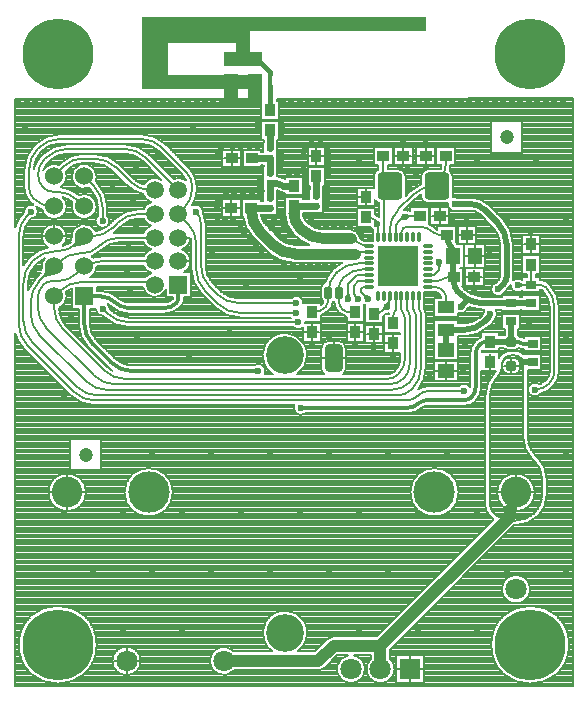
<source format=gtl>
G04*
G04 #@! TF.GenerationSoftware,Altium Limited,Altium Designer,19.1.7 (138)*
G04*
G04 Layer_Physical_Order=1*
G04 Layer_Color=255*
%FSLAX24Y24*%
%MOIN*%
G70*
G01*
G75*
%ADD11C,0.0079*%
%ADD16C,0.0394*%
%ADD18O,0.0110X0.0335*%
%ADD19O,0.0335X0.0110*%
%ADD20R,0.1358X0.1358*%
G04:AMPARAMS|DCode=21|XSize=43.3mil|YSize=23.6mil|CornerRadius=5.9mil|HoleSize=0mil|Usage=FLASHONLY|Rotation=270.000|XOffset=0mil|YOffset=0mil|HoleType=Round|Shape=RoundedRectangle|*
%AMROUNDEDRECTD21*
21,1,0.0433,0.0118,0,0,270.0*
21,1,0.0315,0.0236,0,0,270.0*
1,1,0.0118,-0.0059,-0.0157*
1,1,0.0118,-0.0059,0.0157*
1,1,0.0118,0.0059,0.0157*
1,1,0.0118,0.0059,-0.0157*
%
%ADD21ROUNDEDRECTD21*%
G04:AMPARAMS|DCode=22|XSize=94.5mil|YSize=59.1mil|CornerRadius=14.8mil|HoleSize=0mil|Usage=FLASHONLY|Rotation=270.000|XOffset=0mil|YOffset=0mil|HoleType=Round|Shape=RoundedRectangle|*
%AMROUNDEDRECTD22*
21,1,0.0945,0.0295,0,0,270.0*
21,1,0.0650,0.0591,0,0,270.0*
1,1,0.0295,-0.0148,-0.0325*
1,1,0.0295,-0.0148,0.0325*
1,1,0.0295,0.0148,0.0325*
1,1,0.0295,0.0148,-0.0325*
%
%ADD22ROUNDEDRECTD22*%
G04:AMPARAMS|DCode=23|XSize=90.6mil|YSize=82.7mil|CornerRadius=12.4mil|HoleSize=0mil|Usage=FLASHONLY|Rotation=90.000|XOffset=0mil|YOffset=0mil|HoleType=Round|Shape=RoundedRectangle|*
%AMROUNDEDRECTD23*
21,1,0.0906,0.0579,0,0,90.0*
21,1,0.0657,0.0827,0,0,90.0*
1,1,0.0248,0.0289,0.0329*
1,1,0.0248,0.0289,-0.0329*
1,1,0.0248,-0.0289,-0.0329*
1,1,0.0248,-0.0289,0.0329*
%
%ADD23ROUNDEDRECTD23*%
%ADD24R,0.0236X0.0217*%
G04:AMPARAMS|DCode=25|XSize=31.5mil|YSize=35.4mil|CornerRadius=7.9mil|HoleSize=0mil|Usage=FLASHONLY|Rotation=90.000|XOffset=0mil|YOffset=0mil|HoleType=Round|Shape=RoundedRectangle|*
%AMROUNDEDRECTD25*
21,1,0.0315,0.0197,0,0,90.0*
21,1,0.0157,0.0354,0,0,90.0*
1,1,0.0157,0.0098,0.0079*
1,1,0.0157,0.0098,-0.0079*
1,1,0.0157,-0.0098,-0.0079*
1,1,0.0157,-0.0098,0.0079*
%
%ADD25ROUNDEDRECTD25*%
%ADD53C,0.0197*%
%ADD54C,0.0138*%
%ADD55C,0.0197*%
%ADD56C,0.0217*%
%ADD57C,0.0362*%
%ADD58R,0.0354X0.0276*%
%ADD59R,0.0354X0.0394*%
%ADD60R,0.0394X0.0354*%
%ADD61R,0.0453X0.0571*%
%ADD62R,0.0551X0.0413*%
%ADD63R,0.0571X0.0453*%
%ADD64R,0.0472X0.0394*%
%ADD65R,0.0181X0.0799*%
%ADD66C,0.0472*%
%ADD67C,0.0177*%
%ADD68C,0.0181*%
%ADD69R,0.0470X0.0354*%
%ADD70R,0.1416X0.0177*%
%ADD71R,0.0471X0.0581*%
%ADD72R,0.0472X0.0394*%
%ADD73R,0.9463X0.0476*%
%ADD74R,0.0859X0.2429*%
%ADD75R,0.0472X0.0799*%
%ADD76R,0.4008X0.0508*%
%ADD77R,0.2802X0.0463*%
%ADD78R,0.1260X0.0476*%
%ADD79C,0.0709*%
%ADD80R,0.0709X0.0709*%
%ADD81C,0.0600*%
%ADD82R,0.0600X0.0600*%
%ADD83C,0.1260*%
%ADD84C,0.0591*%
%ADD85R,0.0591X0.0591*%
%ADD86C,0.1024*%
%ADD87C,0.1378*%
%ADD88C,0.2362*%
%ADD89C,0.0236*%
G36*
X1091Y13832D02*
X1104Y13847D01*
X1116Y13866D01*
X1126Y13888D01*
X1134Y13914D01*
X1142Y13943D01*
X1147Y13975D01*
X1152Y14011D01*
X1156Y14093D01*
X1157Y14139D01*
X1454Y13842D01*
X1408Y13842D01*
X1290Y13832D01*
X1258Y13827D01*
X1229Y13819D01*
X1203Y13811D01*
X1181Y13801D01*
X1162Y13789D01*
X1147Y13776D01*
X1091Y13832D01*
D02*
G37*
G36*
X2079Y14846D02*
X2094Y14859D01*
X2108Y14875D01*
X2120Y14895D01*
X2130Y14919D01*
X2138Y14946D01*
X2145Y14977D01*
X2151Y15012D01*
X2154Y15051D01*
X2157Y15139D01*
X2454Y14842D01*
X2408Y14842D01*
X2288Y14835D01*
X2255Y14830D01*
X2198Y14817D01*
X2174Y14809D01*
X2153Y14800D01*
X2135Y14789D01*
X2079Y14846D01*
D02*
G37*
G36*
X11299Y13253D02*
X11300Y13242D01*
X11301Y13231D01*
X11303Y13221D01*
X11306Y13211D01*
X11310Y13201D01*
X11315Y13191D01*
X11320Y13182D01*
X11327Y13173D01*
X11334Y13164D01*
X11343Y13155D01*
X11177Y13155D01*
X11185Y13164D01*
X11193Y13173D01*
X11199Y13182D01*
X11205Y13191D01*
X11210Y13201D01*
X11214Y13211D01*
X11217Y13221D01*
X11219Y13231D01*
X11220Y13242D01*
X11220Y13253D01*
X11299Y13253D01*
D02*
G37*
G36*
X11808Y13228D02*
X11816Y13220D01*
X11824Y13213D01*
X11833Y13208D01*
X11843Y13203D01*
X11852Y13198D01*
X11863Y13195D01*
X11873Y13192D01*
X11884Y13190D01*
X11896Y13189D01*
X11908Y13189D01*
X11791Y13072D01*
X11790Y13084D01*
X11789Y13095D01*
X11788Y13106D01*
X11785Y13117D01*
X11781Y13127D01*
X11777Y13137D01*
X11772Y13146D01*
X11766Y13155D01*
X11760Y13164D01*
X11752Y13172D01*
X11808Y13228D01*
D02*
G37*
G36*
X12165Y15725D02*
X12173Y15716D01*
X12190Y15700D01*
X12199Y15693D01*
X12217Y15680D01*
X12226Y15674D01*
X12245Y15663D01*
X12255Y15658D01*
X12099Y15603D01*
X12103Y15613D01*
X12107Y15623D01*
X12109Y15632D01*
X12111Y15640D01*
X12111Y15648D01*
X12111Y15656D01*
X12109Y15663D01*
X12106Y15669D01*
X12103Y15675D01*
X12098Y15681D01*
X12165Y15725D01*
D02*
G37*
G36*
X12380Y12711D02*
X12387Y12719D01*
X12394Y12728D01*
X12400Y12737D01*
X12405Y12746D01*
X12410Y12756D01*
X12414Y12766D01*
X12417Y12777D01*
X12419Y12788D01*
X12421Y12799D01*
X12422Y12811D01*
X12531Y12687D01*
X12520Y12688D01*
X12508Y12687D01*
X12497Y12686D01*
X12487Y12684D01*
X12477Y12681D01*
X12467Y12677D01*
X12458Y12672D01*
X12449Y12666D01*
X12440Y12659D01*
X12432Y12652D01*
X12380Y12711D01*
D02*
G37*
G36*
X12648Y12956D02*
X12645Y12945D01*
X12643Y12934D01*
X12641Y12923D01*
X12640Y12912D01*
X12640Y12901D01*
X12640Y12890D01*
X12642Y12879D01*
X12644Y12869D01*
X12647Y12858D01*
X12650Y12847D01*
X12500Y12916D01*
X12512Y12921D01*
X12522Y12926D01*
X12532Y12932D01*
X12541Y12938D01*
X12549Y12945D01*
X12556Y12953D01*
X12563Y12961D01*
X12568Y12970D01*
X12573Y12979D01*
X12576Y12989D01*
X12648Y12956D01*
D02*
G37*
G36*
X12974Y15741D02*
X12982Y15748D01*
X12999Y15764D01*
X13006Y15772D01*
X13013Y15781D01*
X13019Y15790D01*
X13025Y15799D01*
X13030Y15809D01*
X13035Y15819D01*
X13039Y15830D01*
X13255Y15733D01*
X13260Y15743D01*
X13267Y15753D01*
X13273Y15761D01*
X13281Y15768D01*
X13288Y15774D01*
X13296Y15779D01*
X13305Y15783D01*
X13314Y15785D01*
X13323Y15787D01*
X13333Y15787D01*
X13314Y15866D01*
X13302Y15866D01*
X13280Y15867D01*
X13269Y15869D01*
X13258Y15871D01*
X13247Y15874D01*
X13237Y15877D01*
X13226Y15881D01*
X13216Y15886D01*
X13206Y15891D01*
X13105Y15678D01*
X13094Y15682D01*
X13083Y15685D01*
X13072Y15687D01*
X13062Y15687D01*
X13052Y15687D01*
X13042Y15685D01*
X13032Y15682D01*
X13023Y15677D01*
X13014Y15672D01*
X13006Y15665D01*
X12974Y15741D01*
D02*
G37*
G36*
X14252Y14109D02*
X14252Y14120D01*
X14250Y14131D01*
X14248Y14141D01*
X14245Y14151D01*
X14241Y14161D01*
X14236Y14171D01*
X14231Y14180D01*
X14224Y14189D01*
X14217Y14198D01*
X14209Y14207D01*
X14374D01*
X14366Y14198D01*
X14358Y14189D01*
X14352Y14180D01*
X14346Y14171D01*
X14342Y14161D01*
X14338Y14151D01*
X14335Y14141D01*
X14332Y14131D01*
X14331Y14120D01*
X14331Y14109D01*
X14252D01*
D02*
G37*
G36*
X17094Y13494D02*
X17083Y13494D01*
X17072Y13492D01*
X17062Y13490D01*
X17053Y13486D01*
X17043Y13482D01*
X17035Y13477D01*
X17027Y13470D01*
X17019Y13463D01*
X17012Y13455D01*
X17005Y13446D01*
X16974Y13608D01*
X16984Y13601D01*
X17005Y13590D01*
X17015Y13586D01*
X17025Y13582D01*
X17036Y13578D01*
X17046Y13576D01*
X17057Y13574D01*
X17067Y13573D01*
X17078Y13573D01*
X17094Y13494D01*
D02*
G37*
D11*
X16752Y14882D02*
G03*
X16396Y15742I-1217J0D01*
G01*
X16319Y14882D02*
G03*
X16089Y15436I-783J0D01*
G01*
X15941Y16197D02*
G03*
X15361Y16437I-579J-579D01*
G01*
X15634Y15891D02*
G03*
X15361Y16004I-272J-273D01*
G01*
X17956Y13568D02*
G03*
X17658Y13691I-297J-297D01*
G01*
X17733Y13345D02*
G03*
X17658Y13376I-75J-75D01*
G01*
X17028Y13714D02*
G03*
X16738Y13676I-121J-203D01*
G01*
X18287Y12767D02*
G03*
X17956Y13568I-1132J0D01*
G01*
X17972Y12767D02*
G03*
X17734Y13345I-817J0D01*
G01*
X16285Y13717D02*
G03*
X16319Y13800I-84J83D01*
G01*
X16738Y13676D02*
G03*
X16752Y13800I-537J124D01*
G01*
X16591Y13410D02*
G03*
X16670Y13511I-390J390D01*
G01*
X16670Y13511D02*
G03*
X17067Y13337I236J-0D01*
G01*
X16220Y12559D02*
G03*
X16169Y12706I-236J0D01*
G01*
X16173Y13606D02*
G03*
X16480Y13299I86J-220D01*
G01*
X16177Y12423D02*
G03*
X16220Y12559I-193J136D01*
G01*
X15349Y13233D02*
G03*
X15720Y13140I370J690D01*
G01*
X15800Y12706D02*
G03*
X15748Y12550I185J-147D01*
G01*
X15294Y12783D02*
G03*
X15720Y12706I425J1140D01*
G01*
X15166Y13369D02*
G03*
X15348Y13233I554J554D01*
G01*
X14921Y12586D02*
G03*
X15230Y12719I89J219D01*
G01*
X16082Y12272D02*
G03*
X16177Y12423I-288J288D01*
G01*
X14339Y17388D02*
G03*
X14350Y17526I-831J139D01*
G01*
X14744Y17146D02*
G03*
X14650Y17337I-242J0D01*
G01*
X14650D02*
G03*
X14665Y17526I-1142J189D01*
G01*
X14898Y16437D02*
G03*
X14741Y16448I-94J-217D01*
G01*
X14741D02*
G03*
X14744Y16488I-239J40D01*
G01*
X13681D02*
G03*
X13923Y16246I242J0D01*
G01*
Y17388D02*
G03*
X13681Y17146I0J-242D01*
G01*
X14502Y16246D02*
G03*
X14570Y16256I0J242D01*
G01*
X14570Y16256D02*
G03*
X14588Y16122I234J-35D01*
G01*
X13681Y16889D02*
G03*
X13299Y16635I437J-1072D01*
G01*
X13169Y17146D02*
G03*
X12927Y17388I-242J0D01*
G01*
X13681Y16537D02*
G03*
X13522Y16413I437J-721D01*
G01*
X12264Y17373D02*
G03*
X12106Y17146I85J-227D01*
G01*
X12146Y16356D02*
G03*
X12283Y16255I203J132D01*
G01*
X14588Y16122D02*
G03*
X14626Y16064I215J98D01*
G01*
D02*
G03*
X14898Y16004I177J156D01*
G01*
X14206Y15387D02*
G03*
X14011Y15532I-587J-587D01*
G01*
X14206Y15387D02*
G03*
X14232Y15367I79J79D01*
G01*
X13996Y15539D02*
G03*
X13957Y15558I-377J-739D01*
G01*
X14894Y14892D02*
G03*
X14862Y14946I-668J-351D01*
G01*
X14367Y13100D02*
G03*
X14298Y13235I-243J-39D01*
G01*
D02*
G03*
X14148Y13297I-150J-150D01*
G01*
X14020Y13282D02*
G03*
X14092Y13297I0J173D01*
G01*
X13780Y12985D02*
G03*
X13795Y13057I-157J72D01*
G01*
X13839Y12594D02*
G03*
X13780Y12744I-221J0D01*
G01*
X13247Y16003D02*
G03*
X13132Y16023I-97J-215D01*
G01*
X12237Y15820D02*
G03*
X12146Y15890I-301J-301D01*
G01*
X11982Y15472D02*
G03*
X12087Y15347I223J79D01*
G01*
Y15302D02*
G03*
X12071Y15230I157J-72D01*
G01*
X11636Y15108D02*
G03*
X11339Y15378I-298J-29D01*
G01*
X11726Y15032D02*
G03*
X11788Y14996I102J103D01*
G01*
X11726Y15033D02*
G03*
X11636Y15108I-492J-492D01*
G01*
X11846Y15006D02*
G03*
X11788Y14996I0J-173D01*
G01*
X11049Y14268D02*
G03*
X10767Y14061I537J-1026D01*
G01*
X10758Y14051D02*
G03*
X10483Y13595I783J-783D01*
G01*
D02*
G03*
X10354Y13425I49J-170D01*
G01*
Y13110D02*
G03*
X10431Y12964I177J0D01*
G01*
X12539Y12569D02*
G03*
X12608Y12579I1J236D01*
G01*
X11791Y12866D02*
G03*
X11831Y12848I118J205D01*
G01*
X12461Y12518D02*
G03*
X12505Y12557I-335J421D01*
G01*
X12421Y12490D02*
G03*
X12461Y12518I-295J449D01*
G01*
X10789Y12962D02*
G03*
X10952Y12605I559J40D01*
G01*
X10623Y12684D02*
G03*
X10747Y12963I-301J301D01*
G01*
X10401Y12907D02*
G03*
X10431Y12964I-79J78D01*
G01*
X10335Y12852D02*
G03*
X10400Y12906I-251J371D01*
G01*
X10952Y12605D02*
G03*
X11201Y12471I349J349D01*
G01*
X10335Y12503D02*
G03*
X10623Y12684I-251J720D01*
G01*
X18074Y10135D02*
G03*
X18287Y10650I-515J515D01*
G01*
X17851Y10357D02*
G03*
X17972Y10650I-293J293D01*
G01*
X17632Y10220D02*
G03*
X17839Y10346I-152J485D01*
G01*
X17675Y9905D02*
G03*
X18062Y10123I-194J800D01*
G01*
X17632Y10220D02*
G03*
X17675Y9905I-152J-181D01*
G01*
X16957Y11812D02*
G03*
X16909Y11863I-166J-107D01*
G01*
X17106Y11764D02*
G03*
X16957Y11812I-185J-314D01*
G01*
X16941Y11420D02*
G03*
X17071Y11378I130J178D01*
G01*
X16791Y11351D02*
G03*
X16941Y11420I0J197D01*
G01*
X16447Y11417D02*
G03*
X16594Y11351I147J131D01*
G01*
X17244Y8446D02*
G03*
X17491Y7850I843J0D01*
G01*
X17120Y11211D02*
G03*
X16772Y11339I-348J-410D01*
G01*
X16702D02*
G03*
X16345Y11191I0J-504D01*
G01*
D02*
G03*
X16280Y11106I301J-301D01*
G01*
X16166Y10640D02*
G03*
X15827Y9822I818J-818D01*
G01*
X17874Y7068D02*
G03*
X17592Y7749I-964J0D01*
G01*
Y5834D02*
G03*
X17874Y6515I-682J682D01*
G01*
X16815Y5512D02*
G03*
X17592Y5834I0J1098D01*
G01*
X17323Y3386D02*
G03*
X17323Y3386I-472J0D01*
G01*
D02*
G03*
X17323Y3386I-472J0D01*
G01*
X18622Y1535D02*
G03*
X18622Y1535I-1299J0D01*
G01*
X15117Y12244D02*
G03*
X15671Y12474I0J783D01*
G01*
X15117Y11811D02*
G03*
X15977Y12167I0J1217D01*
G01*
X15689Y11786D02*
G03*
X15508Y11668I188J-488D01*
G01*
X15491Y11651D02*
G03*
X15325Y11250I401J-401D01*
G01*
X15711Y11319D02*
G03*
X15701Y11280I180J-69D01*
G01*
X12819Y10663D02*
G03*
X12992Y11080I-417J417D01*
G01*
X13587Y10039D02*
G03*
X13839Y10759I-906J720D01*
G01*
X12550Y10551D02*
G03*
X12819Y10662I0J380D01*
G01*
X11181Y11407D02*
G03*
X10915Y11673I-266J0D01*
G01*
X10620D02*
G03*
X10354Y11407I0J-266D01*
G01*
X11082Y10551D02*
G03*
X11181Y10758I-167J207D01*
G01*
X10354D02*
G03*
X10453Y10551I266J0D01*
G01*
X15487Y9632D02*
G03*
X15699Y10144I-512J512D01*
G01*
X15323Y10112D02*
G03*
X15325Y10144I-349J32D01*
G01*
X15323Y10112D02*
G03*
X14941Y10154I-206J-116D01*
G01*
X13946D02*
G03*
X13587Y10039I0J-615D01*
G01*
X15827Y6174D02*
G03*
X15952Y5873I426J0D01*
G01*
X16056Y5768D02*
G03*
X16110Y5719I620J620D01*
G01*
X15188Y9508D02*
G03*
X15487Y9632I0J422D01*
G01*
X13857Y9508D02*
G03*
X13773Y9473I0J-118D01*
G01*
X14941Y6614D02*
G03*
X14941Y6614I-807J0D01*
G01*
D02*
G03*
X14941Y6614I-807J0D01*
G01*
X13215Y9242D02*
G03*
X13773Y9473I0J790D01*
G01*
X10768Y1811D02*
G03*
X10545Y1719I0J-315D01*
G01*
X10768Y1811D02*
G03*
X10545Y1718I0J-315D01*
G01*
X12018Y1071D02*
G03*
X12805Y719I315J-352D01*
G01*
D02*
G03*
X12648Y1071I-472J0D01*
G01*
X11252Y1181D02*
G03*
X11821Y719I96J-463D01*
G01*
D02*
G03*
X11445Y1181I-472J0D01*
G01*
X10266Y679D02*
G03*
X10489Y771I0J315D01*
G01*
X10266Y679D02*
G03*
X10489Y772I0J315D01*
G01*
X9154Y17064D02*
G03*
X8898Y17145I-288J-463D01*
G01*
X6220Y16772D02*
G03*
X5945Y17437I-942J0D01*
G01*
X8931Y16666D02*
G03*
X9091Y16600I160J160D01*
G01*
X8931Y16666D02*
G03*
X9091Y16600I160J160D01*
G01*
X8931Y16666D02*
G03*
X8888Y16690I-65J-66D01*
G01*
X9154Y16205D02*
G03*
X9150Y16157I295J-48D01*
G01*
X9748Y15908D02*
G03*
X9857Y15645I373J0D01*
G01*
X9919Y15583D02*
G03*
X10414Y15378I496J496D01*
G01*
X9496Y15160D02*
G03*
X9948Y14866I919J919D01*
G01*
X9150Y15908D02*
G03*
X9434Y15222I971J0D01*
G01*
X8974Y15071D02*
G03*
X9469Y14866I496J496D01*
G01*
X8080Y16388D02*
G03*
X7983Y16388I-48J-295D01*
G01*
X6417Y15974D02*
G03*
X6053Y16173I-236J0D01*
G01*
D02*
G03*
X6220Y16772I-988J599D01*
G01*
X6413Y15927D02*
G03*
X6417Y15974I-231J47D01*
G01*
X8346Y15857D02*
G03*
X8536Y15509I685J148D01*
G01*
X7749Y15797D02*
G03*
X8113Y15086I1283J208D01*
G01*
X6506Y15570D02*
G03*
X6413Y15927I-729J0D01*
G01*
X6033Y14891D02*
G03*
X6013Y15077I-843J0D01*
G01*
X5726Y14715D02*
G03*
X6013Y15077I-126J394D01*
G01*
X5168Y18214D02*
G03*
X4350Y18553I-818J-818D01*
G01*
X4945Y17991D02*
G03*
X4350Y18238I-596J-596D01*
G01*
X4627Y17879D02*
G03*
X3808Y18218I-818J-818D01*
G01*
X4404Y17657D02*
G03*
X3808Y17904I-596J-596D01*
G01*
X3623Y17555D02*
G03*
X2804Y17894I-818J-818D01*
G01*
X2372Y17579D02*
G03*
X1936Y17398I0J-617D01*
G01*
X5861Y17004D02*
G03*
X5722Y17215I-582J-232D01*
G01*
X5861Y17004D02*
G03*
X5441Y17065I-260J-321D01*
G01*
X5020Y17041D02*
G03*
X4447Y16875I-207J-358D01*
G01*
X4090Y17087D02*
G03*
X4447Y16875I596J596D01*
G01*
X3400Y17332D02*
G03*
X2804Y17579I-596J-596D01*
G01*
X2875Y17142D02*
G03*
X2619Y16757I-418J0D01*
G01*
X2842Y16979D02*
G03*
X2875Y17142I-385J163D01*
G01*
X3867Y16865D02*
G03*
X4419Y16557I818J818D01*
G01*
X3228Y16113D02*
G03*
X2889Y16932I-1157J0D01*
G01*
X1891Y18218D02*
G03*
X1072Y17879I0J-1157D01*
G01*
X1645Y18238D02*
G03*
X1049Y17991I0J-843D01*
G01*
X1645Y18553D02*
G03*
X826Y18214I0J-1157D01*
G01*
X2372Y17894D02*
G03*
X1713Y17621I0J-932D01*
G01*
X1891Y17904D02*
G03*
X1295Y17657I0J-843D01*
G01*
X1619Y17527D02*
G03*
X1090Y17343I-163J-385D01*
G01*
X1235Y17597D02*
G03*
X1090Y17343I393J-393D01*
G01*
X1875Y17142D02*
G03*
X1842Y17304I-418J0D01*
G01*
X2289Y16525D02*
G03*
X1674Y16785I-739J-891D01*
G01*
D02*
G03*
X1875Y17142I-218J357D01*
G01*
X1024Y17967D02*
G03*
X778Y17390I596J-596D01*
G01*
X1013Y17820D02*
G03*
X778Y17390I615J-615D01*
G01*
X802Y18190D02*
G03*
X463Y17371I818J-818D01*
G01*
X4419Y16557D02*
G03*
X4687Y16289I394J126D01*
G01*
D02*
G03*
X4431Y16053I126J-394D01*
G01*
X2913Y16113D02*
G03*
X2667Y16709I-843J0D01*
G01*
X2875Y16142D02*
G03*
X2289Y16525I-418J0D01*
G01*
X4687Y15502D02*
G03*
X4431Y15266I126J-394D01*
G01*
Y15738D02*
G03*
X4687Y15502I382J157D01*
G01*
X4282Y15738D02*
G03*
X3687Y15491I0J-843D01*
G01*
X4282Y16053D02*
G03*
X3464Y15714I0J-1157D01*
G01*
X4431Y14951D02*
G03*
X4687Y14715I382J157D01*
G01*
X3643Y14951D02*
G03*
X3047Y14704I0J-843D01*
G01*
X3232Y15489D02*
G03*
X3307Y15661I-162J172D01*
G01*
X3232Y15489D02*
G03*
X3296Y15546I-532J653D01*
G01*
X3307Y15661D02*
G03*
X3228Y15837I-236J0D01*
G01*
X2069Y16298D02*
G03*
X2875Y16142I388J-156D01*
G01*
X2913Y15837D02*
G03*
X3197Y15461I157J-176D01*
G01*
X2839Y15311D02*
G03*
X2039Y15153I-382J-169D01*
G01*
X2839Y15311D02*
G03*
X3197Y15461I-139J831D01*
G01*
X3643Y15266D02*
G03*
X3434Y15247I0J-1157D01*
G01*
X3434Y15247D02*
G03*
X3518Y15323I-734J895D01*
G01*
X2069Y16298D02*
G03*
X1732Y16457I-518J-664D01*
G01*
X1875Y16142D02*
G03*
X1732Y16457I-418J0D01*
G01*
X861Y16136D02*
G03*
X1049Y16047I548J913D01*
G01*
X656Y16296D02*
G03*
X773Y16195I753J753D01*
G01*
X463Y16764D02*
G03*
X656Y16296I662J0D01*
G01*
X925Y15974D02*
G03*
X861Y16136I-236J0D01*
G01*
X773Y16195D02*
G03*
X453Y15961I-84J-221D01*
G01*
X1049Y16047D02*
G03*
X1875Y16142I407J95D01*
G01*
Y15142D02*
G03*
X1247Y14780I-418J0D01*
G01*
X1727Y14823D02*
G03*
X1999Y14935I-181J823D01*
G01*
X1727Y14823D02*
G03*
X1875Y15142I-270J319D01*
G01*
X676Y15739D02*
G03*
X925Y15974I13J236D01*
G01*
X676Y15739D02*
G03*
X433Y15147I600J-592D01*
G01*
X453Y15961D02*
G03*
X157Y15446I822J-814D01*
G01*
X8551Y14648D02*
G03*
X9469Y14268I919J919D01*
G01*
X9764Y12933D02*
G03*
X9351Y13080I-236J-10D01*
G01*
X7004Y13327D02*
G03*
X7599Y13080I596J596D01*
G01*
X6820Y12780D02*
G03*
X7639Y12441I818J818D01*
G01*
X9420Y12126D02*
G03*
X9744Y12099I176J157D01*
G01*
X9547Y10551D02*
G03*
X9892Y11181I-403J630D01*
G01*
X9547Y10551D02*
G03*
X9892Y11181I-403J630D01*
G01*
D02*
G03*
X8740Y10551I-748J0D01*
G01*
X9892Y11181D02*
G03*
X8740Y10551I-748J0D01*
G01*
X9466Y9518D02*
G03*
X9829Y9242I219J-89D01*
G01*
X8468Y10551D02*
G03*
X8494Y10659I-210J108D01*
G01*
D02*
G03*
X8114Y10846I-236J0D01*
G01*
X6506Y14174D02*
G03*
X6753Y13578I843J0D01*
G01*
X6033Y14046D02*
G03*
X6372Y13228I1157J0D01*
G01*
X6014Y14321D02*
G03*
X5726Y14715I-413J0D01*
G01*
X5776Y13947D02*
G03*
X6014Y14321I-176J374D01*
G01*
X9570Y1309D02*
G03*
X9900Y1929I-418J620D01*
G01*
X9570Y1309D02*
G03*
X9900Y1929I-418J620D01*
G01*
D02*
G03*
X8733Y1309I-748J0D01*
G01*
X9900Y1929D02*
G03*
X8733Y1309I-748J0D01*
G01*
X7458D02*
G03*
X7458Y679I-352J-315D01*
G01*
X4687Y14715D02*
G03*
X4431Y14478I126J-394D01*
G01*
Y14163D02*
G03*
X4687Y13927I382J157D01*
G01*
X4405Y13465D02*
G03*
X5187Y13357I408J69D01*
G01*
X4687Y13927D02*
G03*
X4481Y13780I126J-394D01*
G01*
X3050Y14478D02*
G03*
X2751Y14439I0J-1157D01*
G01*
X3050Y14163D02*
G03*
X2875Y14145I0J-843D01*
G01*
X2703Y14479D02*
G03*
X3038Y14695I-331J881D01*
G01*
X2666Y13780D02*
G03*
X2875Y14142I-209J362D01*
G01*
X2751Y14439D02*
G03*
X2703Y14479I-294J-297D01*
G01*
X3607Y13085D02*
G03*
X3018Y13329I-588J-588D01*
G01*
X5114Y12943D02*
G03*
X5409Y13065I0J418D01*
G01*
X5674Y12801D02*
G03*
X5787Y13076I-275J275D01*
G01*
X5114Y12569D02*
G03*
X5674Y12801I0J792D01*
G01*
X3607Y13085D02*
G03*
X3950Y12943I343J343D01*
G01*
X3342Y12821D02*
G03*
X3247Y12893I-324J-324D01*
G01*
X3342Y12821D02*
G03*
X3950Y12569I607J607D01*
G01*
X3342Y12688D02*
G03*
X3938Y12441I596J596D01*
G01*
X3119Y12465D02*
G03*
X3938Y12126I818J818D01*
G01*
X3307Y12736D02*
G03*
X3247Y12893I-236J0D01*
G01*
X2835Y12724D02*
G03*
X3084Y12500I236J13D01*
G01*
X2644Y12249D02*
G03*
X2882Y11674I813J0D01*
G01*
X1144Y14420D02*
G03*
X1039Y14151I312J-278D01*
G01*
X1247Y14780D02*
G03*
X659Y14464I230J-1134D01*
G01*
X1144Y14420D02*
G03*
X881Y14241I333J-774D01*
G01*
X2039Y13404D02*
G03*
X1845Y13296I313J-782D01*
G01*
X615Y14420D02*
G03*
X433Y14184I818J-818D01*
G01*
X837Y14197D02*
G03*
X591Y13602I596J-596D01*
G01*
X851Y13759D02*
G03*
X591Y13360I818J-818D01*
G01*
X2270Y12249D02*
G03*
X2617Y11410I1187J0D01*
G01*
X1875Y13142D02*
G03*
X1845Y13296I-418J0D01*
G01*
X1614Y12754D02*
G03*
X1875Y13142I-157J387D01*
G01*
X1614Y12754D02*
G03*
X1861Y12161I843J2D01*
G01*
X157Y11914D02*
G03*
X457Y11395I1118J299D01*
G01*
X3471Y11085D02*
G03*
X4046Y10846I575J575D01*
G01*
X3207Y10820D02*
G03*
X3407Y10659I839J839D01*
G01*
X3224Y10798D02*
G03*
X3407Y10659I596J596D01*
G01*
X1995Y9857D02*
G03*
X2813Y9518I818J818D01*
G01*
X5413Y6614D02*
G03*
X5413Y6614I-807J0D01*
G01*
D02*
G03*
X5413Y6614I-807J0D01*
G01*
X4341Y994D02*
G03*
X4341Y994I-472J0D01*
G01*
X2874Y1535D02*
G03*
X2874Y1535I-1299J0D01*
G01*
X2520Y6614D02*
G03*
X2520Y6614I-630J0D01*
G01*
X17087Y10968D02*
G03*
X17047Y11063I-134J0D01*
G01*
X17040Y11070D02*
G03*
X16772Y11181I-269J-269D01*
G01*
X16988Y10906D02*
G03*
X16791Y11102I-197J0D01*
G01*
Y10551D02*
G03*
X16988Y10748I0J197D01*
G01*
X16702Y11181D02*
G03*
X16457Y11080I0J-346D01*
G01*
X16594Y11102D02*
G03*
X16398Y10906I0J-197D01*
G01*
X16457Y11080D02*
G03*
X16378Y10890I190J-190D01*
G01*
X16398Y10748D02*
G03*
X16594Y10551I197J0D01*
G01*
X16299Y10551D02*
G03*
X16378Y10741I-190J190D01*
G01*
X17717Y7068D02*
G03*
X17480Y7638I-807J0D01*
G01*
Y5945D02*
G03*
X17717Y6515I-570J570D01*
G01*
X17087Y8446D02*
G03*
X17380Y7739I1000J0D01*
G01*
X17480Y6614D02*
G03*
X17480Y6614I-630J0D01*
G01*
X16815Y5669D02*
G03*
X17480Y5945I0J941D01*
G01*
X16277Y10529D02*
G03*
X15984Y9822I707J-707D01*
G01*
X16167Y5880D02*
G03*
X16676Y5669I508J508D01*
G01*
X15984Y6174D02*
G03*
X16063Y5984I269J0D01*
G01*
X17844Y13456D02*
G03*
X17658Y13533I-186J-186D01*
G01*
X18130Y12767D02*
G03*
X17844Y13456I-975J0D01*
G01*
X17963Y10246D02*
G03*
X18130Y10650I-404J404D01*
G01*
X17480Y10039D02*
G03*
X17951Y10234I0J665D01*
G01*
X3071Y16113D02*
G03*
X2778Y16820I-1000J0D01*
G01*
X4282Y15896D02*
G03*
X3575Y15603I0J-1000D01*
G01*
X2700Y15142D02*
G03*
X3407Y15435I0J1000D01*
G01*
X3231Y12576D02*
G03*
X3938Y12283I707J707D01*
G01*
X6932Y12891D02*
G03*
X7639Y12598I707J707D01*
G01*
X5057Y18103D02*
G03*
X4350Y18396I-707J-707D01*
G01*
X1645D02*
G03*
X937Y18103I0J-1000D01*
G01*
X6063Y16772D02*
G03*
X5833Y17326I-784J0D01*
G01*
X913Y18078D02*
G03*
X620Y17371I707J-707D01*
G01*
X768Y16407D02*
G03*
X1409Y16142I642J642D01*
G01*
X620Y16764D02*
G03*
X768Y16407I504J0D01*
G01*
X5771Y16066D02*
G03*
X6063Y16772I-706J706D01*
G01*
X6191Y14891D02*
G03*
X5898Y15598I-1000J0D01*
G01*
X6191Y14046D02*
G03*
X6484Y13339I1000J0D01*
G01*
X6348Y15570D02*
G03*
X6181Y15974I-571J0D01*
G01*
X6348Y14174D02*
G03*
X6641Y13467I1000J0D01*
G01*
X6892Y13216D02*
G03*
X7599Y12923I707J707D01*
G01*
X568Y15854D02*
G03*
X276Y15147I707J-707D01*
G01*
Y12213D02*
G03*
X568Y11506I1000J0D01*
G01*
X2106Y9968D02*
G03*
X2813Y9675I707J707D01*
G01*
X13171D02*
G03*
X13622Y9862I0J638D01*
G01*
X13946Y9996D02*
G03*
X13622Y9862I0J-458D01*
G01*
X433Y12334D02*
G03*
X726Y11626I1000J0D01*
G01*
X2217Y10135D02*
G03*
X2924Y9843I707J707D01*
G01*
X12884D02*
G03*
X13388Y10051I0J713D01*
G01*
D02*
G03*
X13681Y10759I-707J707D01*
G01*
Y12594D02*
G03*
X13662Y12639I-64J0D01*
G01*
X13622Y12736D02*
G03*
X13662Y12639I138J0D01*
G01*
X962Y13647D02*
G03*
X669Y12940I707J-707D01*
G01*
Y12580D02*
G03*
X962Y11872I1000J0D01*
G01*
X2512Y10322D02*
G03*
X3219Y10030I707J707D01*
G01*
X12697D02*
G03*
X13302Y10280I0J855D01*
G01*
D02*
G03*
X13504Y10769I-489J489D01*
G01*
X1102Y13543D02*
G03*
X906Y13068I475J-475D01*
G01*
Y12806D02*
G03*
X1198Y12099I1000J0D01*
G01*
X2788Y10509D02*
G03*
X3495Y10217I707J707D01*
G01*
X12621D02*
G03*
X13120Y10423I0J706D01*
G01*
D02*
G03*
X13307Y10875I-451J451D01*
G01*
X1457Y12757D02*
G03*
X1750Y12050I1000J0D01*
G01*
X3113Y10687D02*
G03*
X3820Y10394I707J707D01*
G01*
X2306Y14577D02*
G03*
X1599Y14284I0J-1000D01*
G01*
X2372Y14577D02*
G03*
X2927Y14806I0J784D01*
G01*
X3643Y15108D02*
G03*
X2935Y14815I0J-1000D01*
G01*
X1552Y13652D02*
G03*
X2259Y13944I0J1000D01*
G01*
X3050Y14321D02*
G03*
X2343Y14028I0J-1000D01*
G01*
X2351Y13622D02*
G03*
X1644Y13329I0J-1000D01*
G01*
X4813Y13533D02*
G03*
X4599Y13622I-214J-214D01*
G01*
X2257Y16341D02*
G03*
X1550Y16634I-707J-707D01*
G01*
X1096Y16768D02*
G03*
X1420Y16634I324J324D01*
G01*
X915Y17205D02*
G03*
X1096Y16768I618J0D01*
G01*
X1891Y18061D02*
G03*
X1183Y17768I0J-1000D01*
G01*
X1124Y17709D02*
G03*
X915Y17205I504J-504D01*
G01*
X4515Y17768D02*
G03*
X3808Y18061I-707J-707D01*
G01*
X3979Y16976D02*
G03*
X4686Y16683I707J707D01*
G01*
X3511Y17443D02*
G03*
X2804Y17736I-707J-707D01*
G01*
X2372D02*
G03*
X1824Y17509I0J-775D01*
G01*
X12126Y12559D02*
G03*
X12395Y12670I0J380D01*
G01*
X16961Y13533D02*
G03*
X16907Y13511I0J-77D01*
G01*
X12931Y10551D02*
G03*
X13150Y11080I-529J529D01*
G01*
X12550Y10394D02*
G03*
X12931Y10551I0J538D01*
G01*
X1546Y14646D02*
G03*
X2254Y14939I0J1000D01*
G01*
X1477Y14646D02*
G03*
X770Y14353I0J-1000D01*
G01*
X726Y14309D02*
G03*
X433Y13602I707J-707D01*
G01*
X13425Y12733D02*
G03*
X13465Y12638I134J0D01*
G01*
X13504Y12543D02*
G03*
X13465Y12638I-134J0D01*
G01*
X13307Y12518D02*
G03*
X13290Y12559I-58J0D01*
G01*
X13228Y12708D02*
G03*
X13290Y12559I211J0D01*
G01*
X1364Y13652D02*
G03*
X1102Y13543I0J-370D01*
G01*
X13032Y12710D02*
G03*
X13110Y12520I269J0D01*
G01*
X13150Y12425D02*
G03*
X13110Y12520I-134J0D01*
G01*
X13333Y15827D02*
G03*
X12953Y15669I0J-538D01*
G01*
X12126Y15709D02*
G03*
X11936Y15787I-190J-190D01*
G01*
X12953Y15669D02*
G03*
X12835Y15384I285J-285D01*
G01*
X12244Y15424D02*
G03*
X12126Y15709I-403J0D01*
G01*
X14528Y13061D02*
G03*
X14409Y13346I-403J0D01*
G01*
D02*
G03*
X14148Y13455I-261J-261D01*
G01*
X14551Y13780D02*
G03*
X14456Y13740I0J-134D01*
G01*
X14242Y13652D02*
G03*
X14456Y13740I0J302D01*
G01*
X12795Y12598D02*
G03*
X12835Y12693I-95J95D01*
G01*
X12795Y12598D02*
G03*
X12756Y12503I95J-95D01*
G01*
X12480Y12756D02*
G03*
X12638Y13136I-380J380D01*
G01*
X14094Y15276D02*
G03*
X14285Y15197I190J190D01*
G01*
X14094Y15276D02*
G03*
X13619Y15472I-475J-475D01*
G01*
X13209D02*
G03*
X13091Y15424I0J-167D01*
G01*
D02*
G03*
X13032Y15281I143J-143D01*
G01*
X14118Y16817D02*
G03*
X13411Y16524I0J-1000D01*
G01*
X14215Y16819D02*
G03*
X14508Y17526I-707J707D01*
G01*
X12638Y16817D02*
G03*
X12441Y16342I475J-475D01*
G01*
X12421Y17340D02*
G03*
X12638Y16817I739J0D01*
G01*
X12931Y16044D02*
G03*
X12638Y15337I707J-707D01*
G01*
X10869Y13940D02*
G03*
X10591Y13268I672J-672D01*
G01*
X10512Y12795D02*
G03*
X10591Y12985I-190J190D01*
G01*
X10084Y12618D02*
G03*
X10512Y12795I0J605D01*
G01*
X11102Y13780D02*
G03*
X10945Y13399I380J-380D01*
G01*
Y13002D02*
G03*
X11063Y12717I403J0D01*
G01*
D02*
G03*
X11301Y12618I238J238D01*
G01*
X11744Y14045D02*
G03*
X11102Y13780I0J-907D01*
G01*
X11585Y14242D02*
G03*
X10878Y13949I0J-1000D01*
G01*
X11614Y14921D02*
G03*
X11234Y15079I-380J-380D01*
G01*
X11614Y14921D02*
G03*
X11828Y14833I214J214D01*
G01*
X11662Y14636D02*
G03*
X11496Y14567I0J-235D01*
G01*
X17057Y18583D02*
X18740D01*
X17057Y18504D02*
X18740D01*
X17057Y18661D02*
X18740D01*
X17057Y18346D02*
X18740D01*
X17057Y18425D02*
X18740D01*
X17057Y18898D02*
X18740D01*
X17057Y18976D02*
X18740D01*
X17057Y18740D02*
X18740D01*
X17057Y18819D02*
X18740D01*
X17057Y18189D02*
X18740D01*
X17057Y18110D02*
X18740D01*
X17057Y18268D02*
X18740D01*
X17057Y17953D02*
X18740D01*
X17057Y18031D02*
X18740D01*
X16153Y15984D02*
X18740D01*
X16075Y16063D02*
X18740D01*
X16656Y15354D02*
X18740D01*
X16620Y15433D02*
X18740D01*
X16311Y15827D02*
X18740D01*
X16390Y15748D02*
X18740D01*
X17057Y18976D02*
X17057Y17923D01*
X16524Y15590D02*
X18740D01*
X16463Y15669D02*
X18740D01*
X16014Y17923D02*
X17057Y17923D01*
X16014Y18976D02*
X17057Y18976D01*
X16232Y15905D02*
X18740D01*
X16014Y18976D02*
X16014Y17923D01*
X17657Y15118D02*
X18740D01*
X17067Y15191D02*
X17657D01*
Y15039D02*
X18740D01*
X16742D02*
X17067D01*
X16686Y15276D02*
X18740D01*
X16576Y15512D02*
X18740D01*
X16710Y15197D02*
X18740D01*
X16729Y15118D02*
X17067D01*
X17657Y14882D02*
X18740D01*
X17657Y14724D02*
X18740D01*
X17657Y14961D02*
X18740D01*
X17657Y14646D02*
X18740D01*
X17657Y14561D02*
Y15191D01*
X17362Y14876D02*
X17618D01*
X17362D02*
Y15151D01*
X17657Y14803D02*
X18740D01*
X17362Y14600D02*
Y14876D01*
X17657Y14488D02*
X18740D01*
X17657Y14409D02*
X18740D01*
X17657Y14567D02*
X18740D01*
X17657Y14252D02*
X18740D01*
X17657Y13891D02*
Y14521D01*
X17067D02*
X17657D01*
X17067Y14561D02*
X17657D01*
Y14173D02*
X18740D01*
X17657Y14331D02*
X18740D01*
X16752Y14882D02*
X17067D01*
X17106Y14876D02*
X17362D01*
X16752Y14803D02*
X17067D01*
Y14561D02*
Y15191D01*
X16752Y13800D02*
Y14882D01*
X16749Y14961D02*
X17067D01*
X16319Y13800D02*
Y14882D01*
X16752Y14646D02*
X17067D01*
X16752Y14724D02*
X17067D01*
Y13891D02*
Y14521D01*
X16752Y14567D02*
X17067D01*
X16752Y14409D02*
X17067D01*
X16752Y14488D02*
X17067D01*
X16752Y14252D02*
X17067D01*
X16752Y14331D02*
X17067D01*
X14823Y17874D02*
X18740D01*
X14823Y17795D02*
X18740D01*
X15265Y19742D02*
X18740Y19744D01*
X14823Y17638D02*
X18740D01*
X14823Y17716D02*
X18740D01*
X14664Y17480D02*
X18740D01*
X14823Y17559D02*
X18740D01*
X14667Y17323D02*
X18740D01*
X14659Y17401D02*
X18740D01*
X14744Y16850D02*
X18740D01*
X14744Y16772D02*
X18740D01*
X14744Y16929D02*
X18740D01*
X15816Y16299D02*
X18740D01*
X15667Y16378D02*
X18740D01*
X14743Y17165D02*
X18740D01*
X14723Y17244D02*
X18740D01*
X14744Y17008D02*
X18740D01*
X14744Y17087D02*
X18740D01*
X14823Y18031D02*
X16014D01*
X14823Y17953D02*
X16014D01*
X14823Y18110D02*
X16014D01*
X14898Y16437D02*
X15361D01*
X14744Y16614D02*
X18740D01*
X14744Y16693D02*
X18740D01*
X14809Y16457D02*
X18740D01*
X14744Y16535D02*
X18740D01*
X15996Y16142D02*
X18740D01*
X15916Y16220D02*
X18740D01*
X14898Y16004D02*
X15361D01*
X14626Y15905D02*
X15619D01*
X14626Y15984D02*
X15483D01*
X14626Y15748D02*
X15777D01*
X14626Y15827D02*
X15699D01*
X15941Y16197D02*
X16395Y15742D01*
X15532Y15354D02*
X16160D01*
X15532Y15433D02*
X16092D01*
X15817Y14882D02*
X16319D01*
X15532Y15276D02*
X16213D01*
X15532Y15118D02*
X16282D01*
X15532Y15197D02*
X16253D01*
X15532Y14961D02*
X16315D01*
X15532Y15039D02*
X16303D01*
X15817Y14409D02*
X16319D01*
X15817Y14331D02*
X16319D01*
X15817Y14488D02*
X16319D01*
X15817Y14173D02*
X16319D01*
X15817Y14252D02*
X16319D01*
X15817Y14724D02*
X16319D01*
X15817Y14803D02*
X16319D01*
X15817Y14567D02*
X16319D01*
X15817Y14646D02*
X16319D01*
X15635Y15891D02*
X16089Y15436D01*
X15217Y15197D02*
Y15453D01*
X14941Y15197D02*
X15217D01*
X15532Y14902D02*
Y15492D01*
X15217Y14941D02*
Y15197D01*
X14626Y15590D02*
X15935D01*
X14626Y15669D02*
X15856D01*
X14046Y15512D02*
X16013D01*
X14902Y15492D02*
X15532D01*
X15472Y14488D02*
X15778D01*
X15472D02*
Y14852D01*
X15817Y14085D02*
Y14892D01*
X15472Y14124D02*
Y14488D01*
X14902Y14902D02*
X15532D01*
X15217Y15197D02*
X15492D01*
X15128Y14892D02*
X15817D01*
X15167Y14488D02*
X15472D01*
X17657Y14016D02*
X18740D01*
X17657Y13937D02*
X18740D01*
X17657Y14094D02*
X18740D01*
X17657Y13701D02*
X18740D01*
X17520Y13858D02*
X18740D01*
X17520Y13891D02*
X17657D01*
Y13779D02*
X18740D01*
X17520Y13789D02*
X17657D01*
X18047Y13464D02*
X18740D01*
X18104Y13386D02*
X18740D01*
X17980Y13543D02*
X18740D01*
X18189Y13228D02*
X18740D01*
X18150Y13307D02*
X18740D01*
X17889Y13622D02*
X18740D01*
X17657Y13307D02*
X17769D01*
X17067Y13278D02*
X17657D01*
X17067Y13891D02*
X17205D01*
X17067Y13789D02*
X17205D01*
X16752Y14094D02*
X17067D01*
X17520Y13789D02*
Y13891D01*
X17205Y13789D02*
Y13891D01*
X16752Y14016D02*
X17067D01*
X16752Y14173D02*
X17067D01*
X16752Y13858D02*
X17205D01*
X16752Y13937D02*
X17067D01*
X17657Y13691D02*
Y13789D01*
X17067Y13695D02*
Y13789D01*
Y13179D02*
X17657D01*
Y13278D02*
Y13376D01*
X16752Y13779D02*
X17067D01*
Y13278D02*
Y13337D01*
X17026Y13307D02*
X17067D01*
X18265Y12992D02*
X18740D01*
X18278Y12913D02*
X18740D01*
X18246Y13071D02*
X18740D01*
X18287Y12756D02*
X18740D01*
X18285Y12835D02*
X18740D01*
X18221Y13150D02*
X18740D01*
X17657Y12756D02*
X17972D01*
X18287Y12598D02*
X18740D01*
X18287Y12520D02*
X18740D01*
X18287Y12677D02*
X18740D01*
X18287Y12283D02*
X18740D01*
X18287Y12441D02*
X18740D01*
X16988D02*
X17972D01*
X16988Y12520D02*
X17972D01*
X18287Y12362D02*
X18740D01*
X16988Y12283D02*
X17972D01*
X17657Y13071D02*
X17914D01*
X17657Y12992D02*
X17941D01*
X17657Y13150D02*
X17878D01*
X17657Y12913D02*
X17959D01*
X17657Y12668D02*
Y13179D01*
X16988Y13140D02*
X17067D01*
X16988Y13150D02*
X17067D01*
Y13140D02*
Y13179D01*
X16988Y13140D02*
Y13179D01*
X17657Y12677D02*
X17972D01*
X17657Y12835D02*
X17970D01*
X17067Y12668D02*
X17657D01*
X17067D02*
Y12706D01*
X16988Y12677D02*
X17067D01*
X16988Y12706D02*
X17067D01*
X16988Y12362D02*
X17972D01*
X16988Y12667D02*
Y12706D01*
X15768Y13937D02*
X16319D01*
X15817Y14094D02*
X16319D01*
X16173Y13606D02*
X16284Y13716D01*
X15768Y13858D02*
X16319D01*
X15768Y14016D02*
X16319D01*
X15768Y13779D02*
X16317D01*
X15768Y13701D02*
X16269D01*
X16638Y13464D02*
X16675D01*
X16566Y13386D02*
X16706D01*
X16487Y13307D02*
X16787D01*
X15768Y13622D02*
X16190D01*
X15768Y13543D02*
X16084D01*
X16480Y13299D02*
X16590Y13410D01*
X15235Y13307D02*
X16037D01*
X15453Y13780D02*
Y14035D01*
Y13780D02*
X15728D01*
X15177D02*
X15453D01*
X15768Y13484D02*
Y14075D01*
X15138Y13484D02*
Y14075D01*
X15128Y14085D02*
X15817D01*
X15138Y14075D02*
X15768D01*
X15098Y13937D02*
X15138D01*
X15098Y14016D02*
X15138D01*
X15453Y13524D02*
Y13780D01*
X15098Y13622D02*
X15138D01*
X15149Y13386D02*
X16024D01*
X15138Y13484D02*
X15768D01*
X15098Y13543D02*
X15138D01*
X15098Y13701D02*
X15138D01*
X15070Y13464D02*
X16037D01*
X15050Y13484D02*
X15165Y13369D01*
X16436Y13228D02*
X17830D01*
X16398Y13179D02*
X16988D01*
X16398Y13140D02*
Y13179D01*
Y12667D02*
Y12706D01*
X15595Y13150D02*
X16398D01*
X16169Y12706D02*
X16398D01*
X15720Y13140D02*
X16398D01*
Y12667D02*
X16988D01*
X16217Y12598D02*
X17972D01*
X16189Y12677D02*
X16398D01*
Y12569D02*
X16988D01*
X16217Y12520D02*
X16398D01*
X16189Y12441D02*
X16398D01*
X16093Y12283D02*
X16398D01*
X16150Y12362D02*
X16398D01*
X15357Y13228D02*
X16084D01*
X15720Y12706D02*
X15800D01*
X15267Y12756D02*
X15376D01*
X15230Y12719D02*
X15294Y12783D01*
X15208Y12677D02*
X15780D01*
X15124Y12598D02*
X15751D01*
X15672Y12474D02*
X15748Y12550D01*
X14921Y12520D02*
X15717D01*
X13839Y12441D02*
X15637D01*
X13839Y12362D02*
X15531D01*
X14921Y12283D02*
X15362D01*
X14823Y17539D02*
Y18130D01*
X14193D02*
X14823D01*
X14154Y17874D02*
X14193D01*
Y17539D02*
Y18130D01*
X14154Y17539D02*
Y18130D01*
Y18110D02*
X14193D01*
X13524Y18130D02*
X14154D01*
Y17953D02*
X14193D01*
X14154Y18031D02*
X14193D01*
X14154Y17638D02*
X14193D01*
X14665Y17539D02*
X14823D01*
X14154Y17716D02*
X14193D01*
Y17539D02*
X14350D01*
X14154Y17559D02*
X14193D01*
X14154Y17795D02*
X14193D01*
X13923Y17388D02*
X14339D01*
X13524Y17539D02*
X14154D01*
X13839Y17835D02*
Y18091D01*
X13563Y17835D02*
X13839D01*
X13406Y18110D02*
X13524D01*
Y17539D02*
Y18130D01*
X13406Y17538D02*
Y18129D01*
Y17953D02*
X13524D01*
X13406Y18031D02*
X13524D01*
X13406Y17874D02*
X13524D01*
X13091Y17834D02*
Y18090D01*
X13839Y17835D02*
X14114D01*
X13406Y17795D02*
X13524D01*
X13839Y17579D02*
Y17835D01*
X13406Y17559D02*
X13524D01*
X13406Y17716D02*
X13524D01*
X13091Y17834D02*
X13366D01*
X13406Y17638D02*
X13524D01*
X13091Y17578D02*
Y17834D01*
X14744Y16488D02*
Y17146D01*
X13092Y17323D02*
X13758D01*
X13148Y17244D02*
X13702D01*
X14742Y16457D02*
X14797D01*
X13569D02*
X13683D01*
X13923Y16246D02*
X14502D01*
X13408Y16299D02*
X13772D01*
X13487Y16378D02*
X13708D01*
X13251Y16142D02*
X14580D01*
X13330Y16220D02*
X14567D01*
X13681Y16889D02*
Y17146D01*
X13169Y17087D02*
X13681D01*
X13169Y16850D02*
X13596D01*
X13169Y16505D02*
Y17146D01*
X13168Y17165D02*
X13682D01*
X13169Y16929D02*
X13681D01*
X13169Y17008D02*
X13681D01*
X13169Y16772D02*
X13463D01*
X13169Y16505D02*
X13299Y16635D01*
X13681Y16488D02*
Y16537D01*
X13169Y16693D02*
X13361D01*
X13169Y16614D02*
X13278D01*
X13132Y16023D02*
X13522Y16412D01*
X13169Y16535D02*
X13199D01*
X12776Y18129D02*
X13406D01*
X12815Y17834D02*
X13091D01*
X12736Y18110D02*
X12776D01*
Y17538D02*
Y18129D01*
X12736Y17538D02*
Y18129D01*
Y18031D02*
X12776D01*
X12106Y18129D02*
X12736D01*
Y17874D02*
X12776D01*
X12736Y17953D02*
X12776D01*
X12736Y17716D02*
X12776D01*
X12736Y17638D02*
X12776D01*
X12736Y17795D02*
X12776D01*
Y17538D02*
X13406D01*
X12736Y17559D02*
X12776D01*
X12579Y17480D02*
X14349D01*
X12579Y17538D02*
X12736D01*
X12579Y17401D02*
X14341D01*
X12579Y17388D02*
X12927D01*
X10492Y18031D02*
X12106D01*
X10492Y17874D02*
X12106D01*
X10492Y18110D02*
X12106D01*
Y17538D02*
Y18129D01*
X10492Y17496D02*
Y18126D01*
Y17953D02*
X12106D01*
X10197Y17811D02*
X10453D01*
X10197Y17535D02*
Y17811D01*
Y18087D01*
X12106Y17538D02*
X12264D01*
X10492Y17716D02*
X12106D01*
X12579Y17388D02*
Y17538D01*
X12264Y17373D02*
Y17538D01*
X10492Y17638D02*
X12106D01*
X10492Y17795D02*
X12106D01*
X10492Y17401D02*
X12264D01*
X10492Y17559D02*
X12106D01*
X10492Y17323D02*
X12183D01*
X10492Y17244D02*
X12127D01*
X12106Y16772D02*
Y17146D01*
X10492Y16850D02*
X12106D01*
X10492Y17165D02*
X12107D01*
X10492Y17087D02*
X12106D01*
X10492Y16929D02*
X12106D01*
X10492Y17008D02*
X12106D01*
X12146Y16220D02*
X12283D01*
X12146Y16299D02*
X12197D01*
X12283Y15780D02*
Y16255D01*
X12146Y16142D02*
Y16356D01*
X11555Y16772D02*
X12106D01*
X11850Y16457D02*
Y16732D01*
X11555Y16142D02*
X12146D01*
X11850Y16181D02*
Y16457D01*
X10433Y16614D02*
X11555D01*
X10433Y16535D02*
X11555D01*
X10492Y16827D02*
Y17457D01*
X11555Y16142D02*
Y16772D01*
X10433Y16394D02*
Y16728D01*
X10423Y16772D02*
X11555D01*
X10423Y16827D02*
X10492D01*
X10433Y16693D02*
X11555D01*
X10423Y16728D02*
Y16827D01*
X11594Y16457D02*
X11850D01*
X10433Y16457D02*
X11555D01*
X10433Y16276D02*
Y16394D01*
Y16276D02*
Y16394D01*
Y16299D02*
X11555D01*
X10433Y16378D02*
X11555D01*
X10433Y16220D02*
X11555D01*
X10433Y15941D02*
Y16276D01*
X14311Y15827D02*
Y16083D01*
X14902Y14902D02*
Y15492D01*
X14626Y15532D02*
Y16064D01*
X13996Y16122D02*
X14588D01*
X14311Y15827D02*
X14587D01*
X14011Y15532D02*
X14626D01*
X14311Y15571D02*
Y15827D01*
X14862Y15354D02*
X14902D01*
X14862Y15276D02*
X14902D01*
X14862Y15433D02*
X14902D01*
X14862Y15039D02*
X14902D01*
X14862Y14946D02*
Y15492D01*
Y15197D02*
X14902D01*
X14232Y15492D02*
X14862D01*
Y14961D02*
X14902D01*
X14862Y15118D02*
X14902D01*
X13957Y16063D02*
X13996D01*
X14035Y15827D02*
X14311D01*
X13957Y15827D02*
X13996D01*
Y15539D02*
Y16122D01*
X13957Y15558D02*
Y16122D01*
X13327D02*
X13957D01*
X13327Y15985D02*
Y16122D01*
X13957Y15905D02*
X13996D01*
X13957Y15984D02*
X13996D01*
X14156Y15433D02*
X14232D01*
Y15367D02*
Y15492D01*
X13957Y15669D02*
X13996D01*
X13957Y15748D02*
X13996D01*
X13957Y15590D02*
X13996D01*
X15128Y14085D02*
Y14892D01*
X15098Y13858D02*
X15138D01*
X15108Y14085D02*
Y14892D01*
X15098Y13779D02*
X15138D01*
X15098Y13484D02*
Y14075D01*
X14894Y14892D02*
X15108D01*
X14980Y14085D02*
X15108D01*
X14980Y14075D02*
X15098D01*
X15050Y13484D02*
X15098D01*
X14134Y12352D02*
X14921D01*
Y12451D02*
Y12586D01*
X13795Y13150D02*
X14354D01*
X13795Y13228D02*
X14305D01*
X14134Y12451D02*
X14921D01*
X14134Y13100D02*
X14367D01*
X14092Y13297D02*
X14148D01*
X13795Y13282D02*
X14020D01*
X14134Y12451D02*
Y13100D01*
X13795Y13057D02*
Y13282D01*
X13783Y12992D02*
X14134D01*
X13795Y13071D02*
X14134D01*
X13780Y12744D02*
Y12985D01*
X13839Y12598D02*
X14134D01*
X13822Y12677D02*
X14134D01*
X13839Y12283D02*
X14134D01*
X13839Y12520D02*
X14134D01*
X13780Y12835D02*
X14134D01*
X13780Y12913D02*
X14134D01*
X13780Y12756D02*
X14134D01*
X13172Y16063D02*
X13327D01*
X12146D02*
X12283D01*
X12146Y15890D02*
Y16102D01*
X10433Y16142D02*
X12283D01*
X11555Y16102D02*
X12146D01*
Y15905D02*
X12283D01*
X12146Y15984D02*
X12283D01*
X12230Y15827D02*
X12283D01*
X12087Y15302D02*
Y15347D01*
X12071Y15006D02*
Y15230D01*
X11564Y15276D02*
X12077D01*
X11455Y15354D02*
X12074D01*
X11846Y15006D02*
X12071D01*
X11719Y15039D02*
X12071D01*
X11555Y15472D02*
X11982D01*
X11614Y15197D02*
X12071D01*
X11555Y15472D02*
Y16102D01*
X11635Y15118D02*
X12071D01*
X10433Y15984D02*
X11555D01*
X10433Y16063D02*
X11555D01*
X10142Y15433D02*
X12000D01*
X10414Y15378D02*
X11339D01*
X10354Y13110D02*
Y13425D01*
X11791Y12835D02*
X11831D01*
X12507Y12559D02*
X12604D01*
X11791Y12677D02*
X11831D01*
X11791Y12756D02*
X11831D01*
X11791Y12598D02*
X11831D01*
X11791Y12303D02*
Y12866D01*
X12421Y12441D02*
X12461D01*
X11791Y12520D02*
X11831D01*
X12421Y12283D02*
X12461D01*
X12421Y12362D02*
X12461D01*
X11791Y12441D02*
X11831D01*
X10335D02*
X11201D01*
X11791Y12362D02*
X11831D01*
X11201Y12303D02*
X11791D01*
X10720Y12835D02*
X10813D01*
X10681Y12756D02*
X10844D01*
X10742Y12913D02*
X10794D01*
X10335D02*
X10407D01*
X10335Y12852D02*
Y12933D01*
X10521Y12598D02*
X10959D01*
X10616Y12677D02*
X10891D01*
X11201Y12303D02*
Y12471D01*
X10378Y12520D02*
X11067D01*
X10335Y12362D02*
X11201D01*
X10335Y12303D02*
Y12503D01*
X18287Y11811D02*
X18740D01*
X18287Y11732D02*
X18740D01*
X18287Y11890D02*
X18740D01*
X18287Y11575D02*
X18740D01*
X18287Y11653D02*
X18740D01*
X18287Y12126D02*
X18740D01*
X18287Y12205D02*
X18740D01*
X18287Y11968D02*
X18740D01*
X18287Y12047D02*
X18740D01*
X18287Y11102D02*
X18740D01*
X18287Y10866D02*
X18740D01*
X18287Y11181D02*
X18740D01*
X18287Y10709D02*
X18740D01*
X18287Y10787D02*
X18740D01*
X18287Y11417D02*
X18740D01*
X18287Y11496D02*
X18740D01*
X18287Y11260D02*
X18740D01*
X18287Y11339D02*
X18740D01*
X17697Y11496D02*
X17972D01*
X17697Y11417D02*
X17972D01*
X17697Y11575D02*
X17972D01*
X17697Y11181D02*
X17972D01*
X17697Y11339D02*
X17972D01*
X17697Y11732D02*
X17972D01*
X17697Y11811D02*
X17972D01*
X17697Y11653D02*
X17972D01*
X17697Y11309D02*
Y11821D01*
X18287Y11024D02*
X18740D01*
X17697D02*
X17972D01*
X18287Y10945D02*
X18740D01*
X17697Y10709D02*
X17972D01*
X17697Y10945D02*
X17972D01*
X17697Y11102D02*
X17972D01*
X17697Y10787D02*
X17972D01*
X17697Y10866D02*
X17972D01*
X18281Y10551D02*
X18740D01*
X18265Y10472D02*
X18740D01*
X18287Y10630D02*
X18740D01*
Y157D02*
Y19744D01*
X18241Y10394D02*
X18740D01*
X18158Y10236D02*
X18740D01*
X18206Y10315D02*
X18740D01*
X18014Y10079D02*
X18740D01*
X18096Y10157D02*
X18740D01*
X17732Y9921D02*
X18740D01*
X17611Y9842D02*
X18740D01*
X17905Y10000D02*
X18740D01*
X17263Y8268D02*
X18740D01*
X17250Y8346D02*
X18740D01*
X17244Y9685D02*
X18740D01*
X17244Y9764D02*
X18740D01*
X17244Y8425D02*
X18740D01*
X17244Y8504D02*
X18740D01*
X17972Y10650D02*
Y12767D01*
X18287Y10650D02*
Y12767D01*
X17697Y10699D02*
Y11211D01*
X17611Y10236D02*
X17676D01*
X17244Y8583D02*
X18740D01*
X17244Y8661D02*
X18740D01*
X17314Y8110D02*
X18740D01*
X17284Y8189D02*
X18740D01*
X17244Y9528D02*
X18740D01*
X17244Y9606D02*
X18740D01*
X17244Y8740D02*
X18740D01*
X17244Y8819D02*
X18740D01*
X16988Y12205D02*
X17972D01*
X16988Y12126D02*
X17972D01*
X16988Y12057D02*
Y12569D01*
X16909Y12057D02*
X16988D01*
X16909Y11863D02*
Y12057D01*
Y11968D02*
X17972D01*
X16909Y12047D02*
X17972D01*
X16909Y11890D02*
X17972D01*
X17106Y11821D02*
X17697D01*
X16967Y11811D02*
X17106D01*
Y11764D02*
Y11821D01*
X17071Y11378D02*
X17106D01*
X16780Y11339D02*
X17106D01*
X16594Y11351D02*
X16791D01*
X16015Y12205D02*
X16398D01*
Y12057D02*
X16476D01*
X16398D02*
Y12569D01*
X16476Y11863D02*
Y12057D01*
X16280Y11850D02*
Y11949D01*
X15838Y12047D02*
X16476D01*
X15934Y12126D02*
X16398D01*
X15716Y11968D02*
X16476D01*
X15689Y11949D02*
X16280D01*
Y11890D02*
X16476D01*
X16280Y11850D02*
X16461D01*
X16702Y11339D02*
X16772D01*
X16280Y11417D02*
X16447D01*
X16280Y11417D02*
X16447D01*
X16280Y11339D02*
X16694D01*
X15711Y11319D02*
X16280D01*
X17244Y10630D02*
X17972D01*
X17244Y10551D02*
X17960D01*
X17244Y10699D02*
X17697D01*
X17244Y10394D02*
X17883D01*
X17244Y10315D02*
X17806D01*
X17052Y11260D02*
X17972D01*
X17106Y11309D02*
X17697D01*
X17244Y10472D02*
X17932D01*
X17120Y11211D02*
X17697D01*
X17244Y9055D02*
X18740D01*
X17244Y8976D02*
X18740D01*
X17244Y9134D02*
X18740D01*
X17244Y8898D02*
X18740D01*
X17244Y9370D02*
X18740D01*
X17244Y9449D02*
X18740D01*
X17244Y9213D02*
X18740D01*
X17244Y9291D02*
X18740D01*
X17106Y11309D02*
Y11378D01*
X16280Y11319D02*
Y11417D01*
Y11260D02*
X16431D01*
X15701Y11280D02*
X16280D01*
Y11181D02*
X16336D01*
X16280Y11106D02*
Y11280D01*
X17244Y10236D02*
X17350D01*
X17244Y10157D02*
X17276D01*
X17244Y9842D02*
X17350D01*
X17244Y8446D02*
Y10699D01*
X15699Y10650D02*
X16175D01*
X15699Y10630D02*
X16155D01*
X17244Y9921D02*
X17276D01*
X17687Y7638D02*
X18740D01*
X17739Y7559D02*
X18740D01*
X17623Y7716D02*
X18740D01*
X17814Y7402D02*
X18740D01*
X17781Y7480D02*
X18740D01*
X17403Y7953D02*
X18740D01*
X17353Y8031D02*
X18740D01*
X17546Y7795D02*
X18740D01*
X17468Y7874D02*
X18740D01*
X17874Y7008D02*
X18740D01*
X17874Y6929D02*
X18740D01*
X17874Y7087D02*
X18740D01*
X17874Y6772D02*
X18740D01*
X17874Y6850D02*
X18740D01*
X17858Y7244D02*
X18740D01*
X17840Y7323D02*
X18740D01*
X17761Y6063D02*
X18740D01*
X17869Y7165D02*
X18740D01*
X17874Y6614D02*
X18740D01*
X17874Y6535D02*
X18740D01*
X17874Y6693D02*
X18740D01*
X17872Y6457D02*
X18740D01*
X17874Y6515D02*
Y7068D01*
X17491Y7850D02*
X17591Y7749D01*
X17864Y6378D02*
X18740D01*
X17828Y6220D02*
X18740D01*
X17850Y6299D02*
X18740D01*
X17715Y5984D02*
X18740D01*
X17799Y6142D02*
X18740D01*
X17585Y5827D02*
X18740D01*
X17657Y5905D02*
X18740D01*
X17382Y5669D02*
X18740D01*
X17495Y5748D02*
X18740D01*
X18621Y1575D02*
X18740D01*
X18621Y1496D02*
X18740D01*
X18617Y1654D02*
X18740D01*
X18607Y1339D02*
X18740D01*
X18617Y1417D02*
X18740D01*
X18573Y1181D02*
X18740D01*
X18592Y1260D02*
X18740D01*
X18517Y1024D02*
X18740D01*
X18548Y1102D02*
X18740D01*
X18436Y866D02*
X18740D01*
X18385Y787D02*
X18740D01*
X18480Y945D02*
X18740D01*
X18254Y630D02*
X18740D01*
X18325Y709D02*
X18740D01*
X18070Y472D02*
X18740D01*
X18171Y551D02*
X18740D01*
X17768Y315D02*
X18740D01*
X17943Y394D02*
X18740D01*
X18070Y2598D02*
X18740D01*
X18171Y2520D02*
X18740D01*
X17943Y2677D02*
X18740D01*
X18325Y2362D02*
X18740D01*
X18255Y2441D02*
X18740D01*
X17323Y3386D02*
X18740D01*
X17316Y3465D02*
X18740D01*
X17768Y2756D02*
X18740D01*
X17334Y2835D02*
X18740D01*
X18573Y1890D02*
X18740D01*
X18548Y1968D02*
X18740D01*
X18607Y1732D02*
X18740D01*
X18592Y1811D02*
X18740D01*
X18436Y2205D02*
X18740D01*
X18385Y2283D02*
X18740D01*
X18517Y2047D02*
X18740D01*
X18480Y2126D02*
X18740D01*
X16794Y5512D02*
X18740D01*
X16715Y5433D02*
X18740D01*
X17223Y5591D02*
X18740D01*
X16558Y5276D02*
X18740D01*
X16636Y5354D02*
X18740D01*
X16400Y5118D02*
X18740D01*
X16479Y5197D02*
X18740D01*
X16243Y4961D02*
X18740D01*
X16321Y5039D02*
X18740D01*
X16085Y4803D02*
X18740D01*
X16006Y4724D02*
X18740D01*
X16164Y4882D02*
X18740D01*
X17112Y3779D02*
X18740D01*
X15928Y4646D02*
X18740D01*
X15770Y4488D02*
X18740D01*
X15849Y4567D02*
X18740D01*
X15613Y4331D02*
X18740D01*
X15691Y4409D02*
X18740D01*
X15534Y4252D02*
X18740D01*
X15455Y4173D02*
X18740D01*
X16857Y3858D02*
X18740D01*
X15377Y4094D02*
X18740D01*
X15219Y3937D02*
X18740D01*
X15298Y4016D02*
X18740D01*
X15140Y3858D02*
X16844D01*
X15062Y3779D02*
X16589D01*
X17203Y3701D02*
X18740D01*
X14983D02*
X16498D01*
X17296Y3543D02*
X18740D01*
X17260Y3622D02*
X18740D01*
X14904D02*
X16441D01*
X14825Y3543D02*
X16405D01*
X14747Y3465D02*
X16385D01*
X14668Y3386D02*
X16378D01*
X17296Y3228D02*
X18740D01*
X17260Y3150D02*
X18740D01*
X17316Y3307D02*
X18740D01*
X17111Y2992D02*
X18740D01*
X17202Y3071D02*
X18740D01*
X14274Y2992D02*
X16589D01*
X12648Y1366D02*
X16794Y5512D01*
X14195Y2913D02*
X18740D01*
X14117Y2835D02*
X17312D01*
X14038Y2756D02*
X16877D01*
X13959Y2677D02*
X16703D01*
X13789Y472D02*
X16576D01*
X13880Y2598D02*
X16576D01*
X13789Y315D02*
X16878D01*
X13789Y394D02*
X16703D01*
X14510Y3228D02*
X16405D01*
X14432Y3150D02*
X16441D01*
X14589Y3307D02*
X16385D01*
X14353Y3071D02*
X16498D01*
X13802Y2520D02*
X16475D01*
X13723Y2441D02*
X16391D01*
X13644Y2362D02*
X16321D01*
X13565Y2283D02*
X16261D01*
X13487Y2205D02*
X16209D01*
X13789Y709D02*
X16321D01*
X13789Y787D02*
X16261D01*
X13789Y551D02*
X16475D01*
X13789Y630D02*
X16391D01*
X13408Y2126D02*
X16166D01*
X13789Y1024D02*
X16129D01*
X13789Y866D02*
X16209D01*
X13789Y945D02*
X16166D01*
X15978Y12168D02*
X16082Y12272D01*
X15548Y11890D02*
X15689D01*
Y11786D02*
Y11949D01*
X14921Y12244D02*
X15117D01*
X14921D02*
Y12352D01*
Y11713D02*
Y11811D01*
X13839Y11890D02*
X14134D01*
X14931Y11653D02*
X15493D01*
X14931Y11575D02*
X15427D01*
X14931Y11417D02*
X15350D01*
X14931Y11339D02*
X15332D01*
X14921Y11811D02*
X15689D01*
X14921Y11811D02*
X15117D01*
X14921Y11732D02*
X15586D01*
X14931Y11496D02*
X15381D01*
X13839Y12126D02*
X14134D01*
X13839Y12047D02*
X14134D01*
X13839Y12205D02*
X14134D01*
Y11713D02*
Y12352D01*
X13839Y11968D02*
X14134D01*
X12461Y11929D02*
X12992D01*
X12461D02*
Y12518D01*
X12992Y11890D02*
Y11929D01*
X12756Y11575D02*
Y11850D01*
X13839Y11732D02*
X14134D01*
X13839Y11811D02*
X14134D01*
X13839Y11575D02*
X14124D01*
X13839Y11653D02*
X14124D01*
X13839Y11496D02*
X14124D01*
X12500Y11575D02*
X12756D01*
X13839Y11339D02*
X14124D01*
X13839Y11417D02*
X14124D01*
X14931Y11102D02*
X15325D01*
X15984Y10965D02*
Y11240D01*
X15325Y10144D02*
Y11250D01*
X14931Y11260D02*
X15325D01*
X14931Y11181D02*
X15325D01*
X14124Y11024D02*
X14931D01*
Y11713D01*
Y10866D02*
X15325D01*
X14931Y10709D02*
X15325D01*
X14931Y10945D02*
X15325D01*
X15984Y10689D02*
Y10965D01*
X14931Y10315D02*
Y11004D01*
X13839Y11024D02*
X15325D01*
X14124Y11004D02*
X14931D01*
Y10787D02*
X15325D01*
X14163Y10659D02*
X14528D01*
X14124Y11024D02*
Y11713D01*
X13839Y11102D02*
X14124D01*
X13839Y11260D02*
X14124D01*
Y10315D02*
Y11004D01*
X13839Y10759D02*
Y12594D01*
Y11181D02*
X14124D01*
X12756Y11299D02*
Y11575D01*
X12992Y11080D02*
Y11260D01*
X13839Y10866D02*
X14124D01*
X13839Y10945D02*
X14124D01*
X14528Y10354D02*
Y10659D01*
Y10965D01*
X13837Y10709D02*
X14124D01*
X13839Y10787D02*
X14124D01*
X12421Y12205D02*
X12461D01*
X12421Y12126D02*
X12461D01*
X12421Y12244D02*
Y12490D01*
Y12047D02*
X12461D01*
X12126Y11890D02*
Y12165D01*
X11831Y12205D02*
X12421D01*
X11831Y12244D02*
X12421D01*
X11791Y12047D02*
X11831D01*
X11791Y12126D02*
X11831D01*
X12421Y11968D02*
X12461D01*
Y11890D02*
X12992D01*
X12421Y11890D02*
X12461D01*
X12421Y11732D02*
X12461D01*
X12421Y11811D02*
X12461D01*
X12126Y11890D02*
X12382D01*
X11791Y11968D02*
X11831D01*
X11870Y11890D02*
X12126D01*
X11791Y11732D02*
X11831D01*
Y12244D02*
Y12848D01*
X11791Y12205D02*
X11831D01*
X11201Y12264D02*
X11791D01*
X11496Y11949D02*
Y12224D01*
X11240Y11949D02*
X11496D01*
X10335Y12126D02*
X11201D01*
X10335Y12205D02*
X11201D01*
X10335Y11968D02*
X11201D01*
X10335Y12047D02*
X11201D01*
X11791Y11890D02*
X11831D01*
X11496Y11949D02*
X11752D01*
X11791Y11811D02*
X11831D01*
X11496Y11673D02*
Y11949D01*
X10335Y11811D02*
X11201D01*
X10335Y11890D02*
X11201D01*
X10335Y11732D02*
X11201D01*
X10620Y11673D02*
X10915D01*
X12421Y11575D02*
Y12205D01*
Y11653D02*
X12461D01*
X12126Y11614D02*
Y11890D01*
X12461Y11260D02*
Y11890D01*
X11831Y11575D02*
X12421D01*
X11166Y11496D02*
X12461D01*
X11122Y11575D02*
X12461D01*
X11181Y11339D02*
X12461D01*
X11181Y11417D02*
X12461D01*
X11181Y11260D02*
X12992D01*
X11181Y11181D02*
X12992D01*
X12461Y11260D02*
X12992D01*
X11181Y11102D02*
X12992D01*
X11181Y11024D02*
X12989D01*
X11181Y10945D02*
X12976D01*
X11181Y10866D02*
X12952D01*
X11181Y10787D02*
X12915D01*
X11176Y10709D02*
X12861D01*
X11791Y11634D02*
Y12264D01*
Y11653D02*
X11831D01*
X11016D02*
X11201D01*
X11831Y11575D02*
Y12205D01*
X11201Y11634D02*
Y12264D01*
X10335Y11653D02*
X10520D01*
X10335Y11634D02*
Y12264D01*
X11201Y11634D02*
X11791D01*
X10768Y11083D02*
Y11634D01*
X11181Y10758D02*
Y11407D01*
X10768Y11083D02*
X11142D01*
X10394D02*
X10768D01*
X10354Y10758D02*
Y11407D01*
X15699Y10551D02*
X16085D01*
X15699Y10472D02*
X16027D01*
X15699Y10394D02*
X15978D01*
X15699Y10236D02*
X15903D01*
X15699Y10144D02*
Y10650D01*
Y10315D02*
X15937D01*
X14931Y10630D02*
X15325D01*
X15699Y10157D02*
X15876D01*
X13750Y10315D02*
X15325D01*
X15696Y10079D02*
X15856D01*
X15684Y10000D02*
X15841D01*
X15664Y9921D02*
X15831D01*
X15633Y9842D02*
X15827D01*
X15591Y9764D02*
X15827D01*
X15535Y9685D02*
X15827D01*
X15315Y9528D02*
X15827D01*
X15459Y9606D02*
X15827D01*
X14931Y10551D02*
X15325D01*
X14931Y10472D02*
X15325D01*
X14528Y10659D02*
X14892D01*
X14931Y10394D02*
X15325D01*
X14124Y10315D02*
X14931D01*
X13820Y10551D02*
X14124D01*
X13831Y10630D02*
X14124D01*
X13780Y10394D02*
X14124D01*
X13803Y10472D02*
X14124D01*
X15290Y10157D02*
X15325D01*
X13946Y10154D02*
X14941D01*
X13714Y10236D02*
X15325D01*
X13670Y10157D02*
X14945D01*
X13618Y10079D02*
X13651D01*
X14838Y7008D02*
X15827D01*
X14877Y6929D02*
X15827D01*
X14788Y7087D02*
X15827D01*
X14788Y6142D02*
X15828D01*
X13646Y9370D02*
X15827D01*
X13748Y9449D02*
X15827D01*
X14723Y7165D02*
X15827D01*
X14638Y7244D02*
X15827D01*
X14638Y5984D02*
X15872D01*
X14520Y5905D02*
X15922D01*
X14723Y6063D02*
X15842D01*
X15952Y5873D02*
X16056Y5769D01*
X13329Y2047D02*
X16129D01*
X14311Y5827D02*
X15998D01*
X13789Y1102D02*
X16098D01*
X13789Y1181D02*
X16073D01*
X14520Y7323D02*
X15827D01*
X14906Y6850D02*
X15827D01*
Y6174D02*
Y9822D01*
X14925Y6772D02*
X15827D01*
X13857Y9508D02*
X15188D01*
X14311Y7402D02*
X15827D01*
X13489Y9291D02*
X15827D01*
X14941Y6614D02*
X15827D01*
X14937Y6693D02*
X15827D01*
X14925Y6457D02*
X15827D01*
X14937Y6535D02*
X15827D01*
X14877Y6299D02*
X15827D01*
X14906Y6378D02*
X15827D01*
X14838Y6220D02*
X15827D01*
X13789Y246D02*
Y1191D01*
X13251Y1968D02*
X16098D01*
X13172Y1890D02*
X16073D01*
X12202Y1811D02*
X16110Y5719D01*
X13093Y1811D02*
X16053D01*
X13014Y1732D02*
X16039D01*
X12936Y1654D02*
X16029D01*
X12778Y1496D02*
X16024D01*
X12699Y1417D02*
X16029D01*
X12857Y1575D02*
X16024D01*
X12844Y1191D02*
X13789D01*
X12693Y1024D02*
X12844D01*
X12648Y1260D02*
X16053D01*
X12648Y1339D02*
X16039D01*
X12648Y1102D02*
X12844D01*
X12648Y1181D02*
X12844D01*
X11148Y10630D02*
X12782D01*
X11082Y10551D02*
X12550D01*
X10768Y1811D02*
X12202D01*
X12648Y1071D02*
Y1366D01*
X11445Y1181D02*
X12018D01*
X10768Y1811D02*
X12202D01*
X10136Y1309D02*
X10545Y1718D01*
X11624Y1102D02*
X12018D01*
X11445Y1181D02*
X12018D01*
Y1071D02*
Y1181D01*
X11709Y1024D02*
X11972D01*
X10898Y1181D02*
X11252D01*
X10898D02*
X11252D01*
X10820Y1102D02*
X11073D01*
X10741Y1024D02*
X10988D01*
X13317Y719D02*
Y1152D01*
X12884Y719D02*
X13317D01*
X12800Y787D02*
X12844D01*
X13317Y285D02*
Y719D01*
X12844Y246D02*
Y1191D01*
X12781Y866D02*
X12844D01*
X12747Y945D02*
X12844D01*
X13317Y719D02*
X13750D01*
X12805Y709D02*
X12844D01*
X12797Y630D02*
X12844D01*
Y246D02*
X13789D01*
X12774Y551D02*
X12844D01*
X12676Y394D02*
X12844D01*
X12736Y472D02*
X12844D01*
X12578Y315D02*
X12844D01*
X11594D02*
X12087D01*
X11763Y945D02*
X11918D01*
X11797Y866D02*
X11884D01*
X11816Y787D02*
X11865D01*
X10662Y945D02*
X10934D01*
X10584Y866D02*
X10900D01*
X10489Y772D02*
X10898Y1181D01*
X10505Y787D02*
X10881D01*
X11812Y630D02*
X11869D01*
X11821Y709D02*
X11860D01*
X11752Y472D02*
X11929D01*
X11790Y551D02*
X11891D01*
X10399Y709D02*
X10876D01*
X11691Y394D02*
X11990D01*
X8957Y19291D02*
X18740D01*
X8957Y19213D02*
X18740D01*
X8957Y19370D02*
X18740D01*
X8957Y19055D02*
X18740D01*
X8957Y19134D02*
X18740D01*
X8957Y19606D02*
X18740D01*
X8870Y19685D02*
X18740D01*
X8957Y19449D02*
X18740D01*
X8957Y19527D02*
X18740D01*
X8957Y18898D02*
X16014D01*
X8957Y18819D02*
X16014D01*
X8957Y18976D02*
X16014D01*
X8957Y18661D02*
X16014D01*
X8957Y18740D02*
X16014D01*
X8888Y18346D02*
X16014D01*
X8957Y18425D02*
X16014D01*
X8898Y18189D02*
X16014D01*
X8898Y18268D02*
X16014D01*
X8957Y18583D02*
X16014D01*
X8957Y18504D02*
X16014D01*
X8957Y19035D02*
Y19665D01*
Y18366D02*
Y18996D01*
X8888Y18307D02*
Y18366D01*
X8870Y19737D02*
X15265D01*
X8870Y19665D02*
Y19737D01*
X8888Y18366D02*
X8957D01*
X8870Y19665D02*
X8957D01*
X9902Y18126D02*
X10492D01*
X8898Y18110D02*
X9902D01*
X8898Y18031D02*
X9902D01*
X8898Y17972D02*
Y18307D01*
X8435D02*
Y18366D01*
X8425Y17972D02*
Y18307D01*
X8366Y17972D02*
X8425D01*
X8366D02*
Y18041D01*
X8898Y17874D02*
X9902D01*
X9941Y17811D02*
X10197D01*
X8898Y17953D02*
X9902D01*
Y17496D02*
X10492D01*
X9902D02*
Y18126D01*
X8898Y17716D02*
X9902D01*
X8898Y17795D02*
X9902D01*
X8898Y17559D02*
X9902D01*
X8898Y17638D02*
X9902D01*
X8898Y17480D02*
X12264D01*
X9902Y17457D02*
X10492D01*
X9744Y17087D02*
X9902D01*
Y16827D02*
Y17457D01*
X9744Y17008D02*
X9902D01*
X8898Y17323D02*
X9902D01*
X8898Y17401D02*
X9902D01*
X8898Y17165D02*
X9902D01*
X8898Y17244D02*
X9902D01*
X8898Y17854D02*
Y17972D01*
Y17520D02*
Y17854D01*
Y17972D01*
Y17146D02*
Y17480D01*
X8888D02*
Y17520D01*
X8435Y17480D02*
Y17520D01*
X8366Y17520D02*
X8425D01*
Y17146D02*
Y17480D01*
X8366Y17480D02*
X8425D01*
X9154Y17141D02*
X9744D01*
X9113Y17087D02*
X9154D01*
X9744Y16511D02*
Y17141D01*
X9154Y17064D02*
Y17141D01*
X8425Y17028D02*
Y17146D01*
Y16693D02*
Y17028D01*
Y17146D01*
X157Y19606D02*
X8366D01*
X157Y19527D02*
X8366D01*
X7802Y19640D02*
X8366D01*
X157Y19370D02*
X8366D01*
X157Y19449D02*
X8366D01*
X157Y19213D02*
X8366D01*
X157Y19291D02*
X8366D01*
X157Y19055D02*
X8366D01*
X157Y19134D02*
X8366D01*
Y19035D02*
X8957D01*
X8366Y18996D02*
X8957D01*
X8366Y18366D02*
X8435D01*
X5272Y18110D02*
X8425D01*
X7736Y18041D02*
X8366D01*
X5010Y18346D02*
X8435D01*
X157Y18583D02*
X8366D01*
X5193Y18189D02*
X8425D01*
X5111Y18268D02*
X8425D01*
X7698Y19737D02*
X7802D01*
X7698Y19685D02*
X7802D01*
X7698Y19643D02*
Y19737D01*
X8366Y19035D02*
Y19640D01*
X7802D02*
Y19737D01*
X157Y19685D02*
X6989D01*
X3578Y19737D02*
X6989D01*
Y19643D02*
X7698D01*
X6989D02*
Y19737D01*
X4684Y18504D02*
X8366D01*
X157Y18898D02*
X8366D01*
Y18366D02*
Y18996D01*
X4879Y18425D02*
X8366D01*
X157Y18819D02*
X8366D01*
X157Y18976D02*
X8366D01*
X157Y18661D02*
X8366D01*
X157Y18740D02*
X8366D01*
X7697Y18031D02*
X7736D01*
X8366D02*
X8425D01*
X7697Y17953D02*
X7736D01*
Y17451D02*
Y18041D01*
X7697Y17874D02*
X7736D01*
X7697Y17716D02*
X7736D01*
X7697Y17795D02*
X7736D01*
X7697Y17559D02*
X7736D01*
X7697Y17638D02*
X7736D01*
X8366Y17451D02*
Y17520D01*
X7736Y17451D02*
X8366D01*
X7697Y17480D02*
X7736D01*
X6190Y17008D02*
X8425D01*
X6166Y17087D02*
X8425D01*
X6042Y17323D02*
X8425D01*
X5979Y17401D02*
X8425D01*
X6134Y17165D02*
X8425D01*
X6093Y17244D02*
X8425D01*
X7067Y18041D02*
X7697D01*
X7382Y17746D02*
Y18002D01*
Y17490D02*
Y17746D01*
X7697Y17451D02*
Y18041D01*
X7067Y17451D02*
Y18041D01*
X5429Y17953D02*
X7067D01*
X5351Y18031D02*
X7067D01*
X5587Y17795D02*
X7067D01*
X5508Y17874D02*
X7067D01*
X7382Y17746D02*
X7657D01*
X7106D02*
X7382D01*
X7067Y17451D02*
X7697D01*
X5744Y17638D02*
X7067D01*
X5666Y17716D02*
X7067D01*
X5902Y17480D02*
X7067D01*
X5823Y17559D02*
X7067D01*
X9744Y16850D02*
X9902D01*
Y16827D02*
X9970D01*
X9744Y16929D02*
X9902D01*
X9970Y16728D02*
Y16827D01*
X9961Y16394D02*
Y16728D01*
X9744Y16772D02*
X9970D01*
X9744Y16693D02*
X9961D01*
X9744Y16614D02*
X9961D01*
X9091Y16600D02*
X9154D01*
X9744Y16535D02*
X9961D01*
X9744Y16457D02*
X9961D01*
X9154Y16511D02*
Y16600D01*
X9744Y16394D02*
X9961D01*
X9744D02*
Y16472D01*
X9154Y16511D02*
X9744D01*
X8898Y16535D02*
X9154D01*
Y16472D02*
X9744D01*
X8898Y16220D02*
X9154D01*
X8898Y16614D02*
X9011D01*
X9154Y16205D02*
Y16472D01*
X8898Y16319D02*
Y16654D01*
X8888D02*
Y16690D01*
X8435Y16654D02*
Y16693D01*
X8425Y16319D02*
Y16654D01*
X8898Y16378D02*
X9154D01*
X8898Y16457D02*
X9154D01*
X8898Y16201D02*
Y16319D01*
Y16299D02*
X9154D01*
X8898Y16201D02*
Y16319D01*
Y16063D02*
X9150D01*
X8898Y16142D02*
X9150D01*
X9961Y15941D02*
X10433D01*
X9757Y15827D02*
X11555D01*
X9961Y15941D02*
X10197D01*
X9835Y15669D02*
X11555D01*
X9784Y15748D02*
X11555D01*
X9748Y15941D02*
X9961D01*
X9748Y15908D02*
Y15941D01*
X9748Y15905D02*
X11555D01*
X9911Y15590D02*
X11555D01*
X10002Y15512D02*
X11555D01*
X9857Y15645D02*
X9919Y15583D01*
X9118Y14961D02*
X9753D01*
X9008Y15039D02*
X9635D01*
X9469Y14866D02*
X9948D01*
X9322Y14882D02*
X9909D01*
X9150Y15908D02*
Y16157D01*
X8898Y15905D02*
X9150D01*
X8898Y15984D02*
X9150D01*
X8898Y15866D02*
Y16201D01*
X8425Y15866D02*
X8898D01*
X8425Y15866D02*
X8661D01*
X8533Y15512D02*
X9234D01*
X8466Y15590D02*
X9203D01*
X9434Y15222D02*
X9496Y15160D01*
X8848Y15197D02*
X9459D01*
X8927Y15118D02*
X9540D01*
X8691Y15354D02*
X9323D01*
X8612Y15433D02*
X9274D01*
X8770Y15276D02*
X9384D01*
X8536Y15509D02*
X8974Y15071D01*
X6220Y16772D02*
X8425D01*
X6218Y16693D02*
X8435D01*
X6217Y16850D02*
X8425D01*
X7717Y16388D02*
X7983D01*
X6210Y16614D02*
X8425D01*
X6207Y16929D02*
X8425D01*
X6177Y16457D02*
X8425D01*
X6196Y16535D02*
X8425D01*
X8346Y16378D02*
X8425D01*
X8346Y16319D02*
X8425D01*
X8080Y16388D02*
X8346D01*
Y15866D02*
X8425D01*
X8346Y16319D02*
Y16388D01*
X7677Y16220D02*
X7717D01*
X7677Y16299D02*
X7717D01*
X7677Y15984D02*
X7717D01*
X7677Y16063D02*
X7717D01*
X7047Y16388D02*
X7677D01*
Y16378D02*
X7717D01*
X6151D02*
X7047D01*
X7677Y16142D02*
X7717D01*
X7362Y16093D02*
Y16348D01*
X6080Y16220D02*
X7047D01*
X6119Y16299D02*
X7047D01*
X7362Y16093D02*
X7638D01*
X7087D02*
X7362D01*
X7677Y15905D02*
X7717D01*
X6424D02*
X7047D01*
X6400Y16063D02*
X7047D01*
X6348Y16142D02*
X7047D01*
X6417Y15984D02*
X7047D01*
X8379Y15748D02*
X9163D01*
X8416Y15669D02*
X9179D01*
X8354Y15827D02*
X9153D01*
X6506Y15590D02*
X7800D01*
X6499Y15669D02*
X7776D01*
X6506Y15433D02*
X7865D01*
X6506Y15512D02*
X7829D01*
X6506Y14961D02*
X8238D01*
X6506Y14882D02*
X8317D01*
X6506Y15039D02*
X8160D01*
X6506Y14724D02*
X8475D01*
X6506Y14803D02*
X8396D01*
X6506Y15276D02*
X7956D01*
X6506Y15354D02*
X7907D01*
X6506Y15118D02*
X8082D01*
X6506Y15197D02*
X8014D01*
X7717Y15797D02*
Y16388D01*
X7677Y15827D02*
X7717D01*
X7362Y15837D02*
Y16093D01*
X7717Y15797D02*
X7749D01*
X7677D02*
Y16388D01*
X7047Y15797D02*
X7677D01*
X6459Y15827D02*
X7047D01*
Y15797D02*
Y16388D01*
X6484Y15748D02*
X7758D01*
X5986Y14961D02*
X6031D01*
X5946Y14882D02*
X6033D01*
X5879Y14803D02*
X6033D01*
X5600Y15108D02*
X5974D01*
X5754Y14724D02*
X6033D01*
X4546Y17953D02*
X4984D01*
X4439Y18031D02*
X4902D01*
X5168Y18214D02*
X5944Y17438D01*
X4632Y17874D02*
X5063D01*
X4297Y18110D02*
X4796D01*
X4068Y18189D02*
X4634D01*
X4868Y17638D02*
X5299D01*
X4947Y17559D02*
X5378D01*
X4790Y17716D02*
X5220D01*
X5105Y17401D02*
X5535D01*
X5026Y17480D02*
X5457D01*
X4711Y17795D02*
X5142D01*
X3618Y17559D02*
X4502D01*
X3776Y17401D02*
X4659D01*
X3697Y17480D02*
X4581D01*
X3272Y17795D02*
X4222D01*
X3420Y17716D02*
X4338D01*
X3017Y17874D02*
X4030D01*
X3530Y17638D02*
X4423D01*
X1891Y17904D02*
X3808D01*
X1891Y18218D02*
X3808D01*
X2372Y17894D02*
X2804D01*
X2484Y17559D02*
X2986D01*
X2372Y17579D02*
X2804D01*
X2784Y17401D02*
X3321D01*
X2702Y17480D02*
X3200D01*
X2217Y17559D02*
X2430D01*
X2038Y17480D02*
X2211D01*
X1939Y17401D02*
X2129D01*
X4946Y17991D02*
X5722Y17215D01*
X5262Y17244D02*
X5693D01*
X5183Y17323D02*
X5614D01*
X5341Y17165D02*
X5766D01*
X3933Y17244D02*
X4817D01*
X3855Y17323D02*
X4738D01*
X4627Y17879D02*
X5441Y17065D01*
X4404Y17657D02*
X5020Y17041D01*
X5420Y17087D02*
X5510D01*
X5690D02*
X5821D01*
X4903D02*
X4974D01*
X4012Y17165D02*
X4895D01*
X4091Y17087D02*
X4723D01*
X4182Y17008D02*
X4557D01*
X4310Y16929D02*
X4481D01*
X3623Y17554D02*
X4090Y17088D01*
X2874Y17165D02*
X3567D01*
X2862Y17244D02*
X3488D01*
X3400Y17332D02*
X3867Y16865D01*
X2834Y17323D02*
X3409D01*
X2963Y16850D02*
X3882D01*
X2892Y16929D02*
X3803D01*
X3023Y16772D02*
X3972D01*
X2853Y17008D02*
X3724D01*
X2871Y17087D02*
X3645D01*
X2842Y16979D02*
X2889Y16932D01*
X1645Y18553D02*
X4350D01*
X1645Y18238D02*
X4350D01*
X1361Y18189D02*
X1630D01*
X157Y19734D02*
X3576D01*
X157Y18504D02*
X1310D01*
X157Y18425D02*
X1115D01*
X1669Y17874D02*
X2181D01*
X1477Y17795D02*
X1955D01*
X1361Y17716D02*
X1825D01*
X1198Y18110D02*
X1402D01*
X1092Y18031D02*
X1260D01*
X1276Y17638D02*
X1730D01*
X1010Y17953D02*
X1153D01*
X157Y18346D02*
X984D01*
X157Y18268D02*
X883D01*
X802Y18190D02*
X826Y18214D01*
X1013Y17820D02*
X1072Y17879D01*
X1025Y17967D02*
X1049Y17991D01*
X157Y18189D02*
X801D01*
X157Y18110D02*
X729D01*
X157Y18031D02*
X669D01*
X157Y17953D02*
X619D01*
X944Y17874D02*
X1067D01*
X892Y17795D02*
X989D01*
X852Y17716D02*
X924D01*
X821Y17638D02*
X873D01*
X157Y17874D02*
X577D01*
X157Y17795D02*
X543D01*
X157Y17716D02*
X515D01*
X157Y17638D02*
X494D01*
X1619Y17527D02*
X1713Y17621D01*
X1484Y17559D02*
X1651D01*
X1236Y17598D02*
X1295Y17657D01*
X1860Y17323D02*
X2080D01*
X1842Y17304D02*
X1935Y17398D01*
X1200Y17559D02*
X1430D01*
X1146Y17480D02*
X1211D01*
X1862Y17244D02*
X2051D01*
X1874Y17165D02*
X2039D01*
X1853Y17008D02*
X2061D01*
X1871Y17087D02*
X2042D01*
X1757Y16850D02*
X2157D01*
X1817Y16929D02*
X2097D01*
X799Y17559D02*
X833D01*
X463Y16764D02*
Y17371D01*
X157Y17559D02*
X478D01*
X157Y17480D02*
X468D01*
X157Y17401D02*
X463D01*
X157Y15446D02*
Y19734D01*
Y16929D02*
X463D01*
X157Y17008D02*
X463D01*
X157Y16772D02*
X463D01*
X157Y16850D02*
X463D01*
X157Y17244D02*
X463D01*
X157Y17323D02*
X463D01*
X157Y17087D02*
X463D01*
X157Y17165D02*
X463D01*
X3213Y16299D02*
X4660D01*
X3198Y16378D02*
X4534D01*
X3223Y16220D02*
X4557D01*
X3114Y16614D02*
X4242D01*
X3073Y16693D02*
X4087D01*
X3176Y16457D02*
X4467D01*
X3149Y16535D02*
X4427D01*
X3228Y16063D02*
X4435D01*
X4282Y16053D02*
X4431D01*
X3239Y15827D02*
X3595D01*
X4282Y15738D02*
X4431D01*
X3291Y15748D02*
X3499D01*
X3228Y16142D02*
X4481D01*
X3228Y15984D02*
X3889D01*
X3228Y15905D02*
X3717D01*
X3228Y15837D02*
Y16113D01*
X2732Y16457D02*
X2840D01*
X2802Y16378D02*
X2871D01*
X2619Y16757D02*
X2666Y16709D01*
X2844Y16299D02*
X2893D01*
X2598Y16535D02*
X2800D01*
X2166Y16614D02*
X2748D01*
X2276Y16535D02*
X2316D01*
X2875Y16142D02*
X2913D01*
X2867Y16220D02*
X2907D01*
X2913Y15837D02*
Y16113D01*
X2867Y16063D02*
X2913D01*
X2802Y15905D02*
X2913D01*
X2844Y15984D02*
X2913D01*
X2732Y15827D02*
X2902D01*
X2597Y15748D02*
X2851D01*
X3806Y15590D02*
X4534D01*
X3708Y15512D02*
X4660D01*
X3948Y15669D02*
X4467D01*
X3628Y15433D02*
X4557D01*
X3519Y15323D02*
X3686Y15491D01*
X3549Y15354D02*
X4481D01*
X3468Y15276D02*
X4435D01*
X3643Y15266D02*
X4431D01*
X3643Y14951D02*
X4431D01*
X3166Y14803D02*
X4534D01*
X3309Y14882D02*
X4467D01*
X3068Y14724D02*
X4660D01*
X3296Y15546D02*
X3464Y15714D01*
X3307Y15669D02*
X3419D01*
X3296Y15590D02*
X3340D01*
X2817Y15354D02*
X3000D01*
X2757Y15433D02*
X3010D01*
X2651Y15512D02*
X2888D01*
X2034Y15058D02*
X2036Y15142D01*
X2031Y15027D02*
X2034Y15058D01*
X2018Y16693D02*
X2682D01*
X1844Y16299D02*
X2067D01*
X1802Y16378D02*
X1946D01*
X1867Y16220D02*
X2046D01*
X1875Y16142D02*
X2039D01*
X1763Y16772D02*
X2262D01*
X1844Y15984D02*
X2069D01*
X1802Y15905D02*
X2112D01*
X1867Y16063D02*
X2046D01*
X1597Y15748D02*
X2316D01*
X1732Y15827D02*
X2182D01*
X925Y15984D02*
X1069D01*
X908Y16063D02*
X1008D01*
X873Y15827D02*
X1182D01*
X915Y15905D02*
X1112D01*
X157Y16614D02*
X480D01*
X157Y16535D02*
X503D01*
X157Y16693D02*
X466D01*
X157Y16378D02*
X587D01*
X157Y16457D02*
X538D01*
X157Y16220D02*
X741D01*
X157Y16299D02*
X653D01*
X157Y16142D02*
X522D01*
X157Y16063D02*
X470D01*
X157Y15984D02*
X453D01*
X157Y15905D02*
X401D01*
X157Y15827D02*
X339D01*
X157Y15748D02*
X286D01*
X1651Y15512D02*
X2262D01*
X1757Y15433D02*
X2157D01*
X1817Y15354D02*
X2097D01*
X1853Y15276D02*
X2061D01*
X1457Y15142D02*
Y15520D01*
X615Y15669D02*
X2835D01*
X559Y15590D02*
X2845D01*
X1871Y15197D02*
X2042D01*
X1874Y15118D02*
X2036D01*
X1862Y15039D02*
X2032D01*
X1834Y14961D02*
X2017D01*
X1784Y14882D02*
X1902D01*
X1457Y15142D02*
X1835D01*
X1078D02*
X1457D01*
X756Y15748D02*
X1316D01*
X516Y15512D02*
X1262D01*
X483Y15433D02*
X1157D01*
X459Y15354D02*
X1097D01*
X157Y15669D02*
X243D01*
X157Y15590D02*
X207D01*
X443Y15276D02*
X1061D01*
X435Y15197D02*
X1042D01*
X433Y15039D02*
X1051D01*
X433Y15118D02*
X1039D01*
X433Y14882D02*
X1129D01*
X433Y14961D02*
X1080D01*
X433Y14803D02*
X1211D01*
X433Y14724D02*
X1057D01*
X9469Y14268D02*
X11049D01*
X6604Y13779D02*
X10558D01*
X6651Y13701D02*
X10521D01*
X6712Y13622D02*
X10491D01*
X6788Y13543D02*
X10399D01*
X6510Y14094D02*
X10802D01*
X6521Y14016D02*
X10724D01*
X6540Y13937D02*
X10658D01*
X6567Y13858D02*
X10604D01*
X9712Y13071D02*
X10359D01*
X9753Y12992D02*
X10400D01*
X9594Y13150D02*
X10354D01*
X9833Y12283D02*
X11831D01*
X9764Y12933D02*
X10335D01*
X6866Y13464D02*
X10359D01*
X6945Y13386D02*
X10354D01*
X7123Y13228D02*
X10354D01*
X7025Y13307D02*
X10354D01*
X7265Y13150D02*
X9461D01*
X8113Y15086D02*
X8551Y14648D01*
X7599Y13080D02*
X9351D01*
X6506Y14409D02*
X8879D01*
X6506Y14488D02*
X8745D01*
X6753Y13578D02*
X7004Y13327D01*
X9832Y12264D02*
X10335D01*
X9832Y12303D02*
X10335D01*
X9783Y11949D02*
X10039D01*
Y12224D01*
X7639Y12441D02*
X9351D01*
X7639D02*
X9351D01*
X9875Y11339D02*
X10354D01*
X9888Y11260D02*
X10354D01*
X10039Y11949D02*
X10295D01*
X9888Y11102D02*
X10354D01*
X9892Y11181D02*
X10354D01*
X9780Y11575D02*
X10414D01*
X9744Y11634D02*
X10335D01*
X9822Y11496D02*
X10370D01*
X9853Y11417D02*
X10355D01*
X9853Y10945D02*
X10354D01*
X9822Y10866D02*
X10354D01*
X9875Y11024D02*
X10354D01*
X9829Y9242D02*
X13215D01*
X9780Y10787D02*
X10354D01*
X9649Y10630D02*
X10387D01*
X9724Y10709D02*
X10359D01*
X9779Y9213D02*
X15827D01*
X9547Y10551D02*
X10453D01*
X10039Y11673D02*
Y11949D01*
X9649Y11732D02*
X9744D01*
X9547Y11811D02*
X9744D01*
Y11634D02*
Y12099D01*
X9383Y11890D02*
X9744D01*
X8492Y10630D02*
X8638D01*
X8489Y10709D02*
X8564D01*
X8468Y10551D02*
X8740D01*
X8456Y10787D02*
X8508D01*
X8372Y10866D02*
X8465D01*
X6506Y14567D02*
X8640D01*
X6506Y14331D02*
X9070D01*
X6506Y14646D02*
X8553D01*
X6506Y14252D02*
X11020D01*
X6506Y14174D02*
Y15570D01*
Y14173D02*
X10898D01*
X6014Y13543D02*
X6148D01*
X6014Y13386D02*
X6240D01*
X6014Y13307D02*
X6300D01*
X6014Y13464D02*
X6190D01*
X6014Y13150D02*
X6451D01*
X6014Y13228D02*
X6372D01*
X5778Y12992D02*
X6608D01*
X5787Y13071D02*
X6529D01*
X5704Y12835D02*
X6766D01*
X5752Y12913D02*
X6687D01*
X5978Y14488D02*
X6033D01*
X5986Y14173D02*
X6033D01*
X5933Y14567D02*
X6033D01*
Y14046D02*
Y14891D01*
X5946Y14094D02*
X6033D01*
X5856Y14646D02*
X6033D01*
X5600Y14321D02*
X5974D01*
X6014Y13779D02*
X6065D01*
X6014Y13858D02*
X6049D01*
X6014Y13622D02*
X6114D01*
X6014Y13120D02*
Y13947D01*
X5879Y14016D02*
X6034D01*
X5776Y13947D02*
X6014D01*
Y13701D02*
X6086D01*
X5787Y13120D02*
X6014D01*
X3938Y12126D02*
X9420D01*
X2772Y11811D02*
X8740D01*
X2829Y11732D02*
X8638D01*
X2813Y9518D02*
X9466D01*
X2902Y11653D02*
X8564D01*
X2669Y12047D02*
X9744D01*
X2653Y12126D02*
X9420D01*
X2694Y11968D02*
X9744D01*
X2727Y11890D02*
X8904D01*
X157Y9055D02*
X15827D01*
X157Y8976D02*
X15827D01*
X157Y9134D02*
X15827D01*
X157Y8819D02*
X15827D01*
X157Y8898D02*
X15827D01*
X157Y9370D02*
X9456D01*
X157Y9449D02*
X9450D01*
X157Y9213D02*
X9591D01*
X157Y9291D02*
X9493D01*
X5625Y12756D02*
X6845D01*
X5513Y12677D02*
X6938D01*
X6373Y13227D02*
X6820Y12780D01*
X3938Y12441D02*
X7639D01*
X5328Y12598D02*
X7056D01*
X2981Y11575D02*
X8508D01*
X3582Y12520D02*
X7219D01*
X3060Y11496D02*
X8465D01*
X3139Y11417D02*
X8434D01*
X3658Y10945D02*
X8434D01*
X3540Y11024D02*
X8412D01*
X3869Y10866D02*
X8143D01*
X4046Y10846D02*
X8114D01*
X3217Y11339D02*
X8412D01*
X3296Y11260D02*
X8400D01*
X3454Y11102D02*
X8400D01*
X3375Y11181D02*
X8396D01*
X3034Y7559D02*
X15827D01*
X3034Y7480D02*
X15827D01*
X3034Y7638D02*
X15827D01*
X4784Y7402D02*
X13956D01*
X4993Y7323D02*
X13748D01*
X3034Y7953D02*
X15827D01*
X3034Y8031D02*
X15827D01*
X3034Y7716D02*
X15827D01*
X3034Y7795D02*
X15827D01*
X5196Y7165D02*
X13544D01*
X5261Y7087D02*
X13479D01*
X5311Y6220D02*
X13429D01*
X5196Y6063D02*
X13544D01*
X5261Y6142D02*
X13480D01*
X5111Y5984D02*
X13629D01*
X5111Y7244D02*
X13629D01*
X4783Y5827D02*
X13957D01*
X4992Y5905D02*
X13748D01*
X5398Y6772D02*
X13342D01*
X5410Y6693D02*
X13331D01*
X5413Y6614D02*
X13327D01*
X5398Y6457D02*
X13342D01*
X5410Y6535D02*
X13331D01*
X5311Y7008D02*
X13429D01*
X5349Y6929D02*
X13391D01*
X5378Y6378D02*
X13362D01*
X5378Y6850D02*
X13362D01*
X9697Y2441D02*
X12832D01*
X9762Y2362D02*
X12753D01*
X9811Y2283D02*
X12675D01*
X9847Y2205D02*
X12596D01*
X5349Y6299D02*
X13391D01*
X9160Y2677D02*
X13068D01*
X9486Y2598D02*
X12990D01*
X9611Y2520D02*
X12911D01*
X9873Y2126D02*
X12517D01*
X9890Y2047D02*
X12438D01*
X9899Y1968D02*
X12360D01*
X9899Y1890D02*
X12281D01*
X9890Y1811D02*
X10768D01*
X9873Y1732D02*
X10560D01*
X9847Y1654D02*
X10480D01*
X9811Y1575D02*
X10401D01*
X9762Y1496D02*
X10323D01*
X9697Y1417D02*
X10244D01*
X9611Y1339D02*
X10165D01*
X7458Y679D02*
X10266D01*
X9570Y1309D02*
X10136D01*
X7271Y551D02*
X10907D01*
X7407Y630D02*
X10884D01*
X7430Y1339D02*
X8693D01*
X7316Y1417D02*
X8606D01*
X7458Y1309D02*
X8733D01*
X4078Y1417D02*
X6896D01*
X4191Y1339D02*
X6783D01*
X4259Y1260D02*
X6716D01*
X4302Y1181D02*
X6672D01*
X4328Y1102D02*
X6646D01*
X4340Y1024D02*
X6635D01*
X4323Y866D02*
X6652D01*
X4338Y945D02*
X6636D01*
X4245Y709D02*
X6730D01*
X4293Y787D02*
X6681D01*
X4032Y551D02*
X6942D01*
X4169Y630D02*
X6805D01*
X3034Y8346D02*
X15827D01*
X3034Y8268D02*
X15827D01*
X157Y8425D02*
X15827D01*
X3034Y8110D02*
X15827D01*
X3034Y8189D02*
X15827D01*
X157Y8661D02*
X15827D01*
X157Y8740D02*
X15827D01*
X157Y8504D02*
X15827D01*
X157Y8583D02*
X15827D01*
X157Y5748D02*
X16077D01*
X157Y5669D02*
X16060D01*
X3034Y7874D02*
X15827D01*
X157Y5591D02*
X15982D01*
X157Y5512D02*
X15903D01*
X157Y5433D02*
X15824D01*
X157Y5354D02*
X15746D01*
X157Y5276D02*
X15667D01*
X157Y5197D02*
X15588D01*
X157Y4803D02*
X15194D01*
X157Y4724D02*
X15116D01*
X157Y4646D02*
X15037D01*
X157Y4567D02*
X14958D01*
X157Y4488D02*
X14879D01*
X157Y5118D02*
X15509D01*
X157Y5039D02*
X15431D01*
X157Y4961D02*
X15352D01*
X157Y4882D02*
X15273D01*
X157Y4094D02*
X14486D01*
X157Y4016D02*
X14407D01*
X157Y3937D02*
X14328D01*
X157Y3858D02*
X14249D01*
X157Y4409D02*
X14801D01*
X157Y4331D02*
X14722D01*
X157Y4252D02*
X14643D01*
X157Y4173D02*
X14564D01*
X157Y3465D02*
X13856D01*
X157Y3386D02*
X13777D01*
X157Y3307D02*
X13698D01*
X157Y3228D02*
X13620D01*
X157Y3150D02*
X13541D01*
X157Y3779D02*
X14171D01*
X157Y3701D02*
X14092D01*
X157Y3622D02*
X14013D01*
X157Y3543D02*
X13935D01*
X157Y2992D02*
X13383D01*
X1586Y2835D02*
X13226D01*
X2020Y2756D02*
X13147D01*
X2020Y315D02*
X11103D01*
X2195Y394D02*
X11005D01*
X157Y3071D02*
X13462D01*
X157Y2913D02*
X13305D01*
X157Y157D02*
X18740D01*
X157Y236D02*
X18740D01*
X2577Y2362D02*
X8542D01*
X2637Y2283D02*
X8493D01*
X2688Y2205D02*
X8456D01*
X2732Y2126D02*
X8430D01*
X2769Y2047D02*
X8413D01*
X2195Y2677D02*
X9144D01*
X2322Y2598D02*
X8818D01*
X2423Y2520D02*
X8693D01*
X2507Y2441D02*
X8606D01*
X2869Y1654D02*
X8456D01*
X2859Y1732D02*
X8430D01*
X2873Y1496D02*
X8542D01*
X2873Y1575D02*
X8493D01*
X2825Y1890D02*
X8405D01*
X2800Y1968D02*
X8405D01*
X2322Y472D02*
X10945D01*
X2844Y1811D02*
X8413D01*
X2984Y14646D02*
X4557D01*
X2821Y13937D02*
X4660D01*
X2855Y14016D02*
X4534D01*
X2764Y13858D02*
X4557D01*
X2666Y13780D02*
X4481D01*
X5092Y13228D02*
X5187D01*
Y13120D02*
X5413D01*
X5187D02*
Y13357D01*
X5787Y13076D02*
Y13120D01*
X5413Y13076D02*
Y13120D01*
X4966Y13150D02*
X5187D01*
X3415Y13228D02*
X4534D01*
X3621Y13071D02*
X5413D01*
X3534Y13150D02*
X4660D01*
X2878Y14567D02*
X4481D01*
X3050Y14478D02*
X4431D01*
X3050Y14163D02*
X4431D01*
X2725Y14488D02*
X4435D01*
X2875Y13386D02*
X4427D01*
X2875Y13329D02*
X3018D01*
X3207Y13307D02*
X4467D01*
X2872Y14094D02*
X4467D01*
X2875Y13465D02*
X4405D01*
X2875Y13464D02*
X4405D01*
X2875Y13329D02*
Y13465D01*
X3737Y12992D02*
X5310D01*
X3950Y12943D02*
X5114D01*
X3306Y12756D02*
X3415D01*
X3353Y12677D02*
X3532D01*
X3447Y12598D02*
X3727D01*
X3307Y12723D02*
X3342Y12688D01*
X3950Y12569D02*
X5114D01*
X2645Y12205D02*
X3518D01*
X2644Y12283D02*
X3355D01*
X2882Y11674D02*
X3471Y11085D01*
X3286Y12835D02*
X3327D01*
X2644Y12520D02*
X2977D01*
X2644Y12249D02*
Y12724D01*
Y12677D02*
X2842D01*
X2644Y12724D02*
X2835D01*
X2644Y12598D02*
X2879D01*
X2270Y12249D02*
Y12724D01*
X2644Y12441D02*
X3144D01*
X3084Y12500D02*
X3119Y12465D01*
X2644Y12362D02*
X3237D01*
X2368Y11653D02*
X2430D01*
X2290Y11732D02*
X2388D01*
X2617Y11410D02*
X3207Y10820D01*
X2447Y11575D02*
X2480D01*
X987Y14331D02*
X1084D01*
X892Y14252D02*
X1053D01*
X1036Y14096D02*
X1036Y14139D01*
X1032Y14022D02*
X1036Y14096D01*
X433Y14646D02*
X894D01*
X814Y14173D02*
X1040D01*
X1995Y13386D02*
X2039D01*
X1861Y13307D02*
X2039D01*
X851Y13759D02*
X996Y13904D01*
X1866Y13228D02*
X2039D01*
X750Y14094D02*
X1036D01*
X699Y14016D02*
X1031D01*
X660Y13937D02*
X1015D01*
X631Y13858D02*
X950D01*
X433Y14567D02*
X776D01*
X433Y14488D02*
X683D01*
X615Y14420D02*
X659Y14464D01*
X838Y14197D02*
X881Y14241D01*
X433Y14184D02*
Y15147D01*
Y14409D02*
X604D01*
X433Y14331D02*
X534D01*
X433Y14252D02*
X476D01*
X610Y13779D02*
X872D01*
X596Y13701D02*
X797D01*
X591Y13622D02*
X734D01*
X591Y13464D02*
X637D01*
X591Y13543D02*
X681D01*
X591Y13360D02*
Y13602D01*
X1847Y12992D02*
X2039D01*
X1807Y12913D02*
X2039D01*
X1875Y13150D02*
X2039D01*
X1712Y12362D02*
X2270D01*
X2039Y12724D02*
X2270D01*
X1629Y12598D02*
X2270D01*
X1618Y12677D02*
X2270D01*
X1676Y12441D02*
X2270D01*
X1648Y12520D02*
X2270D01*
X2053Y11968D02*
X2303D01*
X2132Y11890D02*
X2325D01*
X1975Y12047D02*
X2287D01*
X2211Y11811D02*
X2353D01*
X1820Y12205D02*
X2271D01*
X1760Y12283D02*
X2270D01*
X1861Y12161D02*
X3224Y10798D01*
X1896Y12126D02*
X2276D01*
X1869Y13071D02*
X2039D01*
X1740Y12835D02*
X2039D01*
Y12724D02*
Y13404D01*
X1618Y12756D02*
X2039D01*
X157Y157D02*
X157Y11914D01*
Y11732D02*
X223D01*
X157Y11811D02*
X190D01*
X457Y11394D02*
X1995Y9857D01*
X157Y11653D02*
X262D01*
X157Y11496D02*
X367D01*
X157Y11575D02*
X310D01*
X157Y11339D02*
X513D01*
X157Y11417D02*
X435D01*
X3034Y8396D02*
X3034Y7343D01*
X1991Y8396D02*
X3034Y8396D01*
X157Y9528D02*
X2663D01*
X157Y7402D02*
X1991D01*
X157Y7480D02*
X1991D01*
X3034Y7402D02*
X4429D01*
X2306Y7087D02*
X3952D01*
X2382Y7008D02*
X3902D01*
X2435Y6929D02*
X3863D01*
X2474Y6850D02*
X3835D01*
X157Y7323D02*
X4220D01*
X1991Y7343D02*
X3034Y7343D01*
X1898Y7244D02*
X4102D01*
X2195Y7165D02*
X4017D01*
X157Y10866D02*
X986D01*
X157Y10787D02*
X1064D01*
X157Y10945D02*
X907D01*
X157Y10630D02*
X1222D01*
X157Y10709D02*
X1143D01*
X157Y11181D02*
X671D01*
X157Y11260D02*
X592D01*
X157Y11024D02*
X828D01*
X157Y11102D02*
X749D01*
X157Y10472D02*
X1379D01*
X157Y10551D02*
X1301D01*
X1991Y8396D02*
X1991Y7343D01*
X157Y8346D02*
X1991D01*
X157Y8110D02*
X1991D01*
X157Y8268D02*
X1991D01*
X157Y7559D02*
X1991D01*
X157Y7244D02*
X1882D01*
X2515Y6693D02*
X3803D01*
X2515Y6535D02*
X3803D01*
X2520Y6614D02*
X3799D01*
X2500Y6457D02*
X3815D01*
X2500Y6772D02*
X3815D01*
X2435Y6299D02*
X3863D01*
X2474Y6378D02*
X3835D01*
X3868Y994D02*
Y1427D01*
Y994D02*
X4301D01*
X3435D02*
X3868D01*
Y561D02*
Y994D01*
X2306Y6142D02*
X3952D01*
X2381Y6220D02*
X3902D01*
X2195Y6063D02*
X4017D01*
X2423Y551D02*
X3704D01*
X1890Y6614D02*
X2480D01*
X2869Y1417D02*
X3658D01*
X1890Y6614D02*
Y7205D01*
X2859Y1339D02*
X3545D01*
X2844Y1260D02*
X3477D01*
X1890Y6024D02*
Y6614D01*
X1299D02*
X1890D01*
X2825Y1181D02*
X3434D01*
X2800Y1102D02*
X3408D01*
X2732Y945D02*
X3398D01*
X2769Y1024D02*
X3397D01*
X2637Y787D02*
X3443D01*
X2688Y866D02*
X3413D01*
X2506Y630D02*
X3567D01*
X2577Y709D02*
X3492D01*
X157Y9842D02*
X2009D01*
X157Y9764D02*
X2100D01*
X157Y9921D02*
X1930D01*
X157Y9606D02*
X2369D01*
X157Y9685D02*
X2214D01*
X157Y10157D02*
X1694D01*
X157Y10236D02*
X1616D01*
X157Y10000D02*
X1852D01*
X157Y10079D02*
X1773D01*
X157Y8031D02*
X1991D01*
X157Y7953D02*
X1991D01*
X157Y8189D02*
X1991D01*
X157Y7795D02*
X1991D01*
X157Y7874D02*
X1991D01*
X157Y7638D02*
X1991D01*
X157Y7716D02*
X1991D01*
X157Y5905D02*
X4220D01*
X157Y5984D02*
X4102D01*
X157Y7008D02*
X1398D01*
X157Y6929D02*
X1344D01*
X157Y6850D02*
X1306D01*
X157Y6772D02*
X1280D01*
X157Y6693D02*
X1265D01*
X157Y10315D02*
X1537D01*
X157Y10394D02*
X1458D01*
X157Y7165D02*
X1585D01*
X157Y7087D02*
X1473D01*
X157Y6220D02*
X1398D01*
X157Y6299D02*
X1344D01*
X157Y6063D02*
X1585D01*
X157Y6142D02*
X1473D01*
X157Y6535D02*
X1265D01*
X157Y6614D02*
X1260D01*
X157Y6378D02*
X1306D01*
X157Y6457D02*
X1280D01*
X157Y2598D02*
X828D01*
X157Y2520D02*
X727D01*
X157Y2441D02*
X643D01*
X157Y2362D02*
X573D01*
X157Y2283D02*
X513D01*
X157Y5827D02*
X4429D01*
X157Y2835D02*
X1564D01*
X157Y2756D02*
X1129D01*
X157Y2677D02*
X955D01*
X157Y472D02*
X828D01*
X157Y551D02*
X727D01*
X157Y315D02*
X1129D01*
X157Y394D02*
X955D01*
X157Y787D02*
X513D01*
X157Y866D02*
X461D01*
X157Y630D02*
X643D01*
X157Y709D02*
X573D01*
X157Y1890D02*
X325D01*
X157Y1811D02*
X305D01*
X157Y1732D02*
X291D01*
X157Y1654D02*
X281D01*
X157Y1575D02*
X276D01*
X157Y2205D02*
X461D01*
X157Y2126D02*
X418D01*
X157Y2047D02*
X381D01*
X157Y1968D02*
X350D01*
X157Y1102D02*
X350D01*
X157Y1181D02*
X325D01*
X157Y945D02*
X418D01*
X157Y1024D02*
X381D01*
X157Y1417D02*
X281D01*
X157Y1496D02*
X276D01*
X157Y1260D02*
X305D01*
X157Y1339D02*
X291D01*
X16949Y11024D02*
X17075D01*
X16984Y10945D02*
X17087D01*
X16988Y10748D02*
Y10906D01*
X16796Y11102D02*
X17003D01*
X16594Y11102D02*
X16791D01*
X16988Y10787D02*
X17087D01*
X16988Y10866D02*
X17087D01*
X16949Y10630D02*
X17087D01*
X16984Y10709D02*
X17087D01*
X16693Y10827D02*
X16949D01*
X16225Y10472D02*
X17087D01*
X16299Y10551D02*
X17087D01*
X16695Y11181D02*
X16778D01*
X16702Y11181D02*
X16772D01*
X16693Y10827D02*
Y11063D01*
X16482Y11102D02*
X16589D01*
X16398Y10748D02*
Y10906D01*
X16693Y10591D02*
Y10827D01*
X16437D02*
X16693D01*
X16594Y10551D02*
X16791D01*
X16354Y10630D02*
X16437D01*
X16378Y10741D02*
Y10890D01*
X16277Y10529D02*
X16299Y10551D01*
X17396Y6929D02*
X17717D01*
Y6515D02*
Y7068D01*
X17434Y6850D02*
X17717D01*
X17155Y7165D02*
X17711D01*
X16859Y7244D02*
X17697D01*
X17342Y7008D02*
X17717D01*
X17267Y7087D02*
X17716D01*
X17480Y6614D02*
X17717D01*
X17475Y6693D02*
X17717D01*
X17475Y6535D02*
X17717D01*
X17460Y6772D02*
X17717D01*
X17460Y6457D02*
X17714D01*
X17434Y6378D02*
X17705D01*
X17396Y6299D02*
X17687D01*
X17087Y8446D02*
Y10968D01*
X17380Y7739D02*
X17480Y7638D01*
X16850Y6614D02*
Y7205D01*
Y6614D02*
X17441D01*
X16260D02*
X16850D01*
Y6024D02*
Y6614D01*
X17342Y6220D02*
X17661D01*
X17267Y6142D02*
X17625D01*
X17155Y6063D02*
X17578D01*
X16227Y5827D02*
X17336D01*
X16349Y5748D02*
X17192D01*
X16676Y5669D02*
X16815D01*
X16114Y10315D02*
X17087D01*
X16164Y10394D02*
X17087D01*
X16000Y10000D02*
X17087D01*
X16074Y10236D02*
X17087D01*
X15984Y9842D02*
X17087D01*
X15989Y9921D02*
X17087D01*
X15984Y9685D02*
X17087D01*
X15984Y9764D02*
X17087D01*
X15984Y8189D02*
X17120D01*
X15984Y8268D02*
X17103D01*
X15984Y8031D02*
X17176D01*
X15984Y8110D02*
X17145D01*
X15984Y9528D02*
X17087D01*
X15984Y9606D02*
X17087D01*
X15984Y8346D02*
X17092D01*
X15984Y8425D02*
X17087D01*
X16018Y10079D02*
X17087D01*
X16042Y10157D02*
X17087D01*
X15984Y9449D02*
X17087D01*
X15984Y9291D02*
X17087D01*
X15984Y9370D02*
X17087D01*
X15984Y9134D02*
X17087D01*
X15984Y9213D02*
X17087D01*
X15984Y8661D02*
X17087D01*
X15984Y8740D02*
X17087D01*
X15984Y8504D02*
X17087D01*
X15984Y8583D02*
X17087D01*
X15984Y8976D02*
X17087D01*
X15984Y9055D02*
X17087D01*
X15984Y8819D02*
X17087D01*
X15984Y8898D02*
X17087D01*
X15984Y7559D02*
X17549D01*
X15984Y7638D02*
X17480D01*
X15984Y7402D02*
X17644D01*
X15984Y7480D02*
X17603D01*
X15984Y7874D02*
X17266D01*
X15984Y7953D02*
X17217D01*
X15984Y7716D02*
X17402D01*
X15984Y7795D02*
X17327D01*
X16063Y5984D02*
X17517D01*
X16008Y6063D02*
X16546D01*
X16142Y5905D02*
X17438D01*
X15984Y7323D02*
X17675D01*
X15984Y7244D02*
X16842D01*
X15984Y7165D02*
X16545D01*
X15986Y6142D02*
X16434D01*
X15984Y6850D02*
X16266D01*
X15984Y6772D02*
X16240D01*
X15984Y6693D02*
X16225D01*
X15984Y6614D02*
X16220D01*
X15984Y7087D02*
X16434D01*
X15984Y7008D02*
X16359D01*
X15984Y6929D02*
X16305D01*
X15984Y6174D02*
Y9822D01*
Y6220D02*
X16359D01*
X15984Y6299D02*
X16305D01*
X16063Y5984D02*
X16167Y5880D01*
X15984Y6457D02*
X16240D01*
X15984Y6535D02*
X16225D01*
X15984Y6378D02*
X16266D01*
X16961Y13533D02*
X17362D01*
X17658D01*
X18130Y10650D02*
Y12767D01*
X17480Y10039D02*
X17502Y10061D01*
X17951Y10234D02*
X17963Y10246D01*
X2457Y17142D02*
X2778Y16820D01*
X3071Y15661D02*
Y16113D01*
X4282Y15896D02*
X4813D01*
X3407Y15435D02*
X3575Y15603D01*
X2254Y14939D02*
X2457Y15142D01*
X2700D01*
X3071Y12736D02*
X3231Y12576D01*
X3938Y12283D02*
X9596D01*
X11496Y13168D02*
X11593Y13071D01*
X6484Y13339D02*
X6932Y12891D01*
X7639Y12598D02*
X9528D01*
X1645Y18396D02*
X4350D01*
X5057Y18103D02*
X5833Y17326D01*
X913Y18078D02*
X937Y18103D01*
X620Y16764D02*
Y17371D01*
X5600Y15896D02*
X5898Y15598D01*
X6191Y14046D02*
Y14891D01*
X5600Y15896D02*
X5771Y16066D01*
X1409Y16142D02*
X1457D01*
X11437Y13236D02*
X11496Y13177D01*
Y13168D02*
Y13177D01*
X11437Y13236D02*
Y13498D01*
X11591Y13652D01*
X4515Y17768D02*
X5600Y16683D01*
X6348Y14174D02*
Y15570D01*
X6641Y13467D02*
X6892Y13216D01*
X7599Y12923D02*
X9528D01*
X2813Y9675D02*
X13171D01*
X1457Y17142D02*
X1824Y17509D01*
X568Y15854D02*
X689Y15974D01*
X276Y12213D02*
Y15147D01*
X568Y11506D02*
X2106Y9968D01*
X13946Y9996D02*
X15117D01*
X433Y12334D02*
Y13602D01*
X726Y11626D02*
X2217Y10135D01*
X2924Y9843D02*
X12884D01*
X13681Y10759D02*
Y12594D01*
X13622Y12736D02*
Y13169D01*
X669Y12580D02*
Y12940D01*
X962Y11872D02*
X2512Y10322D01*
X3219Y10030D02*
X12697D01*
X13504Y10769D02*
Y12543D01*
X906Y12806D02*
Y13068D01*
X1198Y12099D02*
X2788Y10509D01*
X3495Y10217D02*
X12621D01*
X13307Y10875D02*
Y12518D01*
X1457Y13142D02*
X1644Y13329D01*
X1457Y12757D02*
Y13142D01*
X1750Y12050D02*
X3113Y10687D01*
X3820Y10394D02*
X12550D01*
X962Y13647D02*
X1457Y14142D01*
X1599Y14284D01*
X2306Y14577D02*
X2372D01*
X2927Y14806D02*
X2935Y14815D01*
X3643Y15108D02*
X4813D01*
X2305Y13990D02*
X2457Y14142D01*
X2259Y13944D02*
X2305Y13990D01*
X2343Y14028D01*
X3050Y14321D02*
X4813D01*
X2351Y13622D02*
X4599D01*
X2257Y16341D02*
X2457Y16142D01*
X1420Y16634D02*
X1550D01*
X1124Y17709D02*
X1183Y17768D01*
X1891Y18061D02*
X3808D01*
X4686Y16683D02*
X4813D01*
X3511Y17443D02*
X3979Y16976D01*
X2372Y17736D02*
X2804D01*
X12395Y12670D02*
X12480Y12756D01*
X11683Y13390D02*
X11748Y13455D01*
X11683Y13297D02*
Y13390D01*
Y13297D02*
X11909Y13071D01*
X11748Y13455D02*
X11959D01*
X11575Y13071D02*
X11593D01*
X11591Y13652D02*
X11959D01*
X11260Y13071D02*
X11260Y13071D01*
X11260Y13071D02*
Y13543D01*
X11565Y13848D01*
X11959D01*
X13150Y11080D02*
Y12425D01*
X1477Y14646D02*
X1546D01*
X726Y14309D02*
X770Y14353D01*
X13425Y12733D02*
Y13169D01*
X13228Y12708D02*
Y13169D01*
X1364Y13652D02*
X1552D01*
X13032Y12710D02*
Y13169D01*
X17362Y13533D02*
Y14206D01*
X13333Y15827D02*
X13642D01*
X11850Y15787D02*
X11936D01*
X12835Y15118D02*
Y15384D01*
X12244Y15118D02*
Y15424D01*
X14528Y12776D02*
Y13061D01*
X13907Y13455D02*
X14148D01*
X14551Y13780D02*
X14783D01*
X13907Y13652D02*
X14242D01*
X12756Y12244D02*
Y12503D01*
X12835Y12693D02*
Y13169D01*
X12638Y13136D02*
Y13169D01*
X14285Y15197D02*
X14547D01*
X13209Y15472D02*
X13619D01*
X13032Y15118D02*
Y15281D01*
X14118Y16817D02*
X14213D01*
X14215Y16819D01*
X14508Y17526D02*
Y17835D01*
X12421Y17340D02*
Y17834D01*
X12931Y16044D02*
X13411Y16524D01*
X12638Y15118D02*
Y15337D01*
X12441Y15118D02*
Y16342D01*
X10591Y12985D02*
Y13268D01*
X10039Y12618D02*
X10084D01*
X10945Y13268D02*
Y13399D01*
Y13002D02*
Y13268D01*
X11301Y12618D02*
X11496D01*
X11744Y14045D02*
X11959D01*
X11585Y14242D02*
X11959D01*
X10869Y13940D02*
X10878Y13949D01*
X11234Y15079D02*
X11339D01*
X11828Y14833D02*
X11959D01*
X11662Y14636D02*
X11959D01*
X14291Y14016D02*
Y14291D01*
X14124Y13848D02*
X14291Y14016D01*
X14291Y14291D02*
X14291Y14291D01*
X14213Y14291D02*
X14291D01*
X13907Y13848D02*
X14124D01*
X8661Y20261D02*
Y20622D01*
D16*
X16638Y5801D02*
Y6021D01*
X12333Y1496D02*
X16638Y5801D01*
X12333Y719D02*
Y1496D01*
X10768D02*
X12333D01*
X10266Y994D02*
X10768Y1496D01*
X7106Y994D02*
X10266D01*
D18*
X12244Y15118D02*
D03*
X12441D02*
D03*
X12638D02*
D03*
X12835D02*
D03*
X13032D02*
D03*
X13228D02*
D03*
X13425D02*
D03*
X13622D02*
D03*
Y13169D02*
D03*
X13425D02*
D03*
X13228D02*
D03*
X13032D02*
D03*
X12835D02*
D03*
X12638D02*
D03*
X12441D02*
D03*
X12244D02*
D03*
D19*
X13907Y14833D02*
D03*
Y14636D02*
D03*
Y14439D02*
D03*
Y14242D02*
D03*
Y14045D02*
D03*
Y13848D02*
D03*
Y13652D02*
D03*
Y13455D02*
D03*
X11959D02*
D03*
Y13652D02*
D03*
Y13848D02*
D03*
Y14045D02*
D03*
Y14242D02*
D03*
Y14439D02*
D03*
Y14636D02*
D03*
Y14833D02*
D03*
D20*
X12933Y14144D02*
D03*
D21*
X10591Y13268D02*
D03*
X10945D02*
D03*
D22*
X10768Y11083D02*
D03*
D23*
X14213Y16817D02*
D03*
X12638D02*
D03*
D24*
X10197Y16167D02*
D03*
Y16502D02*
D03*
X8661Y16427D02*
D03*
Y16093D02*
D03*
Y17254D02*
D03*
Y16919D02*
D03*
Y18081D02*
D03*
Y17746D02*
D03*
D25*
X16693Y11627D02*
D03*
Y10827D02*
D03*
D53*
X17060Y10955D02*
G03*
X17035Y10945I0J-35D01*
G01*
X16693Y11627D02*
G03*
X16676Y11634I-17J-17D01*
G01*
X15246Y13042D02*
G03*
X15720Y12923I473J881D01*
G01*
X15012Y13216D02*
G03*
X15246Y13042I707J707D01*
G01*
X16437Y13563D02*
G03*
X16535Y13800I-237J237D01*
G01*
Y14882D02*
G03*
X16243Y15589I-1000J0D01*
G01*
X15787Y16044D02*
G03*
X15361Y16220I-426J-426D01*
G01*
X15929Y12425D02*
G03*
X15984Y12559I-134J134D01*
G01*
X15117Y12028D02*
G03*
X15824Y12320I0J1000D01*
G01*
X14764Y13827D02*
G03*
X14783Y13780I67J0D01*
G01*
Y13600D02*
G03*
X14893Y13335I375J0D01*
G01*
X14764Y14541D02*
G03*
X14606Y14921I-538J0D01*
G01*
X14547Y15064D02*
G03*
X14606Y14921I202J0D01*
G01*
X17060Y10955D02*
X17402D01*
X15984Y11634D02*
X16676D01*
X16693Y11627D02*
X16693Y11627D01*
X14893Y13335D02*
X15012Y13216D01*
X15246Y13042D02*
Y13042D01*
Y13042D02*
Y13042D01*
X15010Y12805D02*
X15246Y13042D01*
X15720Y12923D02*
X16693D01*
X17362D02*
X17362Y12923D01*
X16693Y12923D02*
X17362D01*
X16535Y13800D02*
Y14882D01*
X16437Y13563D02*
X16437Y13563D01*
X14803Y16220D02*
X15361D01*
X16260Y13386D02*
X16437Y13563D01*
X15787Y16044D02*
X16243Y15589D01*
X15824Y12320D02*
X15929Y12425D01*
X14528Y12028D02*
X15117D01*
X14764Y13827D02*
Y14488D01*
X14783Y13600D02*
Y13780D01*
X16693Y11627D02*
Y12313D01*
X14764Y14488D02*
Y14541D01*
X14547Y15064D02*
Y15197D01*
X14528Y11368D02*
Y12028D01*
D54*
X17047Y11575D02*
G03*
X16922Y11627I-126J-126D01*
G01*
X17047Y11575D02*
G03*
X17071Y11565I24J24D01*
G01*
X15354Y9764D02*
G03*
X15512Y10144I-380J380D01*
G01*
X15188Y9695D02*
G03*
X15354Y9764I0J235D01*
G01*
X13857Y9695D02*
G03*
X13641Y9606I0J-305D01*
G01*
X13215Y9429D02*
G03*
X13641Y9606I0J602D01*
G01*
X3339Y10952D02*
G03*
X4046Y10659I707J707D01*
G01*
X15877Y11634D02*
G03*
X15640Y11535I0J-336D01*
G01*
X15623Y11519D02*
G03*
X15512Y11250I268J-268D01*
G01*
X5541Y12933D02*
G03*
X5600Y13076I-143J143D01*
G01*
X5114Y12756D02*
G03*
X5541Y12933I0J605D01*
G01*
X3474Y12953D02*
G03*
X3950Y12756I475J475D01*
G01*
X3474Y12953D02*
G03*
X3018Y13142I-456J-456D01*
G01*
X2457Y12249D02*
G03*
X2750Y11542I1000J0D01*
G01*
X17071Y11565D02*
X17402D01*
X16693Y11627D02*
X16922D01*
X13857Y9695D02*
X15188D01*
X9685Y9429D02*
X13215D01*
X2750Y11542D02*
X3339Y10952D01*
X4046Y10659D02*
X8258D01*
X15877Y11634D02*
X15984D01*
X15623Y11519D02*
X15640Y11535D01*
X15512Y10144D02*
Y11250D01*
X3950Y12756D02*
X5114D01*
X2457Y13142D02*
X3018D01*
X2457Y12249D02*
Y13142D01*
X5600Y13076D02*
Y13533D01*
D55*
X16437Y13563D02*
D03*
D56*
X9091Y16826D02*
G03*
X8866Y16919I-225J-225D01*
G01*
X9475Y16167D02*
G03*
X9449Y16157I0J-37D01*
G01*
X10197Y16502D02*
Y17142D01*
X9091Y16826D02*
X9449D01*
X8661Y16919D02*
X8866D01*
X8031Y16093D02*
X8661D01*
X9475Y16167D02*
X10197D01*
X8661Y16427D02*
Y16919D01*
Y17254D02*
Y17746D01*
X8051D02*
X8661D01*
Y18081D02*
Y18681D01*
D57*
X8031Y16005D02*
G03*
X8324Y15298I1000J0D01*
G01*
X9449Y15908D02*
G03*
X9646Y15433I672J0D01*
G01*
X8762Y14860D02*
G03*
X9469Y14567I707J707D01*
G01*
X9707Y15372D02*
G03*
X10414Y15079I707J707D01*
G01*
X8031Y16005D02*
Y16093D01*
X9449Y15908D02*
Y16157D01*
X10414Y15079D02*
X11339D01*
X9469Y14567D02*
X11496D01*
X8324Y15298D02*
X8762Y14860D01*
X9646Y15433D02*
X9707Y15372D01*
D58*
X17402Y11565D02*
D03*
Y10955D02*
D03*
X17362Y13533D02*
D03*
Y12923D02*
D03*
X16693Y12923D02*
D03*
Y12313D02*
D03*
D59*
X11850Y16457D02*
D03*
Y15787D02*
D03*
X17362Y14206D02*
D03*
Y14876D02*
D03*
X10039Y11949D02*
D03*
Y12618D02*
D03*
X11496Y11949D02*
D03*
Y12618D02*
D03*
X12756Y11575D02*
D03*
Y12244D02*
D03*
X12126Y12559D02*
D03*
Y11890D02*
D03*
X10197Y17142D02*
D03*
Y17811D02*
D03*
X9449Y16826D02*
D03*
Y16157D02*
D03*
X15984Y11634D02*
D03*
Y10965D02*
D03*
X8661Y19350D02*
D03*
Y18681D02*
D03*
D60*
X14783Y13780D02*
D03*
X15453D02*
D03*
X14547Y15197D02*
D03*
X15217D02*
D03*
X14311Y15827D02*
D03*
X13642D02*
D03*
X13091Y17834D02*
D03*
X12421D02*
D03*
X13839Y17835D02*
D03*
X14508D02*
D03*
X7362Y16093D02*
D03*
X8031D02*
D03*
X7382Y17746D02*
D03*
X8051D02*
D03*
D61*
X14764Y14488D02*
D03*
X15472D02*
D03*
D62*
X14528Y12028D02*
D03*
Y12776D02*
D03*
D63*
Y11368D02*
D03*
Y10659D02*
D03*
D64*
X7344Y19958D02*
D03*
X8157Y19955D02*
D03*
D65*
X8661Y20157D02*
D03*
D66*
X2512Y7874D02*
D03*
X16535Y18455D02*
D03*
D67*
X8661Y19350D02*
Y20157D01*
D68*
Y20557D02*
Y20622D01*
X8296Y20988D02*
X8661Y20622D01*
D69*
X8158Y19744D02*
D03*
D70*
X7697Y19695D02*
D03*
D71*
X7343Y19700D02*
D03*
D72*
X7764Y21442D02*
D03*
D73*
X9117Y22240D02*
D03*
D74*
X4815Y21264D02*
D03*
D75*
X7344Y20157D02*
D03*
X8157D02*
D03*
D76*
X6389Y20303D02*
D03*
D77*
X6599Y21841D02*
D03*
D78*
X7764Y21056D02*
D03*
D79*
X3868Y994D02*
D03*
X7106D02*
D03*
X12333Y719D02*
D03*
X11348D02*
D03*
X16850Y3386D02*
D03*
D80*
X13317Y719D02*
D03*
D81*
X2457Y14142D02*
D03*
Y17142D02*
D03*
Y16142D02*
D03*
X1457Y14142D02*
D03*
Y13142D02*
D03*
Y17142D02*
D03*
Y16142D02*
D03*
X2457Y15142D02*
D03*
X1457D02*
D03*
D82*
X2457Y13142D02*
D03*
D83*
X9152Y1929D02*
D03*
X9144Y11181D02*
D03*
D84*
X4813Y16683D02*
D03*
Y15896D02*
D03*
Y15108D02*
D03*
Y14321D02*
D03*
Y13533D02*
D03*
X5600Y16683D02*
D03*
Y15896D02*
D03*
Y15108D02*
D03*
Y14321D02*
D03*
D85*
Y13533D02*
D03*
D86*
X16850Y6614D02*
D03*
X1890D02*
D03*
D87*
X14134D02*
D03*
X4606D02*
D03*
D88*
X17323Y21220D02*
D03*
X1575D02*
D03*
X17323Y1535D02*
D03*
X1575D02*
D03*
D89*
X778Y13937D02*
D03*
X2008Y12431D02*
D03*
X494Y18809D02*
D03*
X6080Y18770D02*
D03*
X13986Y10413D02*
D03*
X6529Y12756D02*
D03*
X7865Y13445D02*
D03*
X6722Y14587D02*
D03*
X7313Y11909D02*
D03*
X5945Y11201D02*
D03*
X4203Y11772D02*
D03*
X3979Y13278D02*
D03*
X3898Y13949D02*
D03*
X4902Y17904D02*
D03*
X4193Y17443D02*
D03*
X3967Y14744D02*
D03*
X4173Y15502D02*
D03*
X4094Y16289D02*
D03*
X3425Y16880D02*
D03*
X3071Y15661D02*
D03*
Y12736D02*
D03*
X9596Y12283D02*
D03*
X6181Y15974D02*
D03*
X9685Y9429D02*
D03*
X8258Y10659D02*
D03*
X689Y15974D02*
D03*
X9646Y13780D02*
D03*
X18504Y3937D02*
D03*
X16535D02*
D03*
X13583Y1969D02*
D03*
X3740Y5906D02*
D03*
X16535Y15748D02*
D03*
X2756Y3937D02*
D03*
X6693Y7874D02*
D03*
X1772Y5906D02*
D03*
X10630Y11811D02*
D03*
X12598Y3937D02*
D03*
X6693D02*
D03*
X3740Y1969D02*
D03*
X18504Y11811D02*
D03*
X4724Y3937D02*
D03*
X17520Y17717D02*
D03*
X12598Y7874D02*
D03*
X15551Y5906D02*
D03*
X13583D02*
D03*
X8661Y7874D02*
D03*
X5709Y5906D02*
D03*
X15551Y1969D02*
D03*
X10630Y3937D02*
D03*
Y7874D02*
D03*
X7677Y5906D02*
D03*
X14567Y7874D02*
D03*
X11614Y5906D02*
D03*
Y1969D02*
D03*
Y17717D02*
D03*
X15551D02*
D03*
X18504Y7874D02*
D03*
Y15748D02*
D03*
X1772Y9843D02*
D03*
X9646Y5906D02*
D03*
X4724Y7874D02*
D03*
X8661Y3937D02*
D03*
X5709Y1969D02*
D03*
X16260Y12185D02*
D03*
X15157Y11604D02*
D03*
X14016Y12372D02*
D03*
X17293Y12274D02*
D03*
X17352Y15325D02*
D03*
X12746Y11132D02*
D03*
X12126Y11467D02*
D03*
X11496Y11506D02*
D03*
X10039Y11535D02*
D03*
X15925Y10551D02*
D03*
X15069Y10669D02*
D03*
X15453Y13386D02*
D03*
X15994Y14518D02*
D03*
X15207Y15610D02*
D03*
X14754Y15807D02*
D03*
X13839Y18238D02*
D03*
X13081Y18248D02*
D03*
X12972Y17470D02*
D03*
X13839D02*
D03*
X13258Y17352D02*
D03*
X13533Y17146D02*
D03*
X13307Y16880D02*
D03*
X12441Y13671D02*
D03*
X13425D02*
D03*
Y14616D02*
D03*
X12441D02*
D03*
X12933Y14144D02*
D03*
X9793Y17539D02*
D03*
Y17835D02*
D03*
X9803Y18110D02*
D03*
X10064Y18238D02*
D03*
X10359D02*
D03*
X10600Y18150D02*
D03*
X10591Y17904D02*
D03*
Y17657D02*
D03*
X10581Y17401D02*
D03*
Y17156D02*
D03*
X10591Y16880D02*
D03*
X10551Y16604D02*
D03*
Y16356D02*
D03*
X10532Y16083D02*
D03*
X10407Y15837D02*
D03*
X10138Y15857D02*
D03*
X11968Y15098D02*
D03*
X11732Y15170D02*
D03*
X11604Y15384D02*
D03*
X11329Y15472D02*
D03*
X11049D02*
D03*
X10778D02*
D03*
X10512Y15463D02*
D03*
X10236Y15509D02*
D03*
X10010Y15645D02*
D03*
X9857Y15846D02*
D03*
X9823Y17264D02*
D03*
Y17008D02*
D03*
X9835Y16762D02*
D03*
X9852Y16488D02*
D03*
X9537Y17244D02*
D03*
X9274Y17264D02*
D03*
X8777Y15748D02*
D03*
X9026Y15955D02*
D03*
X9006Y16240D02*
D03*
X9134Y15433D02*
D03*
X9311Y15226D02*
D03*
X9085Y15699D02*
D03*
X9008Y16524D02*
D03*
X8475Y15778D02*
D03*
X8730Y15436D02*
D03*
X8917Y15256D02*
D03*
X9104Y15079D02*
D03*
X9337Y14970D02*
D03*
X9596Y14961D02*
D03*
X9715Y14173D02*
D03*
X9990D02*
D03*
X10246D02*
D03*
X10747D02*
D03*
X10492D02*
D03*
X9409D02*
D03*
X9118Y14223D02*
D03*
X8848Y14321D02*
D03*
X8593Y14478D02*
D03*
X8376Y14675D02*
D03*
X8189Y14866D02*
D03*
X7983Y15064D02*
D03*
X7800Y15281D02*
D03*
X7687Y15571D02*
D03*
X7421Y15659D02*
D03*
X7156Y15679D02*
D03*
X6909Y15797D02*
D03*
X6870Y16093D02*
D03*
X6909Y16378D02*
D03*
X7190Y16511D02*
D03*
X7466D02*
D03*
X7751D02*
D03*
X8036D02*
D03*
X7018Y18140D02*
D03*
X6939Y17559D02*
D03*
X6919Y17854D02*
D03*
X8031Y17362D02*
D03*
X7756D02*
D03*
X7470D02*
D03*
X7185D02*
D03*
X8317Y16516D02*
D03*
Y16791D02*
D03*
Y17077D02*
D03*
Y17362D02*
D03*
X9006Y17343D02*
D03*
Y17618D02*
D03*
Y17904D02*
D03*
Y18189D02*
D03*
X9065Y18455D02*
D03*
Y18730D02*
D03*
Y19016D02*
D03*
Y19301D02*
D03*
X8248Y18150D02*
D03*
X7972D02*
D03*
X7687D02*
D03*
X7402D02*
D03*
X8258Y18435D02*
D03*
Y18711D02*
D03*
Y18996D02*
D03*
Y19281D02*
D03*
X18130Y19636D02*
D03*
X18406D02*
D03*
X16998D02*
D03*
X17274D02*
D03*
X17559D02*
D03*
X17844D02*
D03*
X15866D02*
D03*
X16142D02*
D03*
X16427D02*
D03*
X16713D02*
D03*
X14734D02*
D03*
X15010D02*
D03*
X15295D02*
D03*
X15581D02*
D03*
X13602D02*
D03*
X13878D02*
D03*
X14163D02*
D03*
X14449D02*
D03*
X12470D02*
D03*
X12746D02*
D03*
X13031D02*
D03*
X13317D02*
D03*
X11339D02*
D03*
X11614D02*
D03*
X11900D02*
D03*
X12185D02*
D03*
X10207D02*
D03*
X10482D02*
D03*
X10768D02*
D03*
X11053D02*
D03*
X9075D02*
D03*
X9350D02*
D03*
X9636D02*
D03*
X9921D02*
D03*
X7618D02*
D03*
X7894D02*
D03*
X8179D02*
D03*
X6486D02*
D03*
X6762D02*
D03*
X7047D02*
D03*
X7333D02*
D03*
X5354D02*
D03*
X5630D02*
D03*
X5915D02*
D03*
X6201D02*
D03*
X4222D02*
D03*
X4498D02*
D03*
X4783D02*
D03*
X5069D02*
D03*
X3091D02*
D03*
X3366D02*
D03*
X3652D02*
D03*
X3937D02*
D03*
X1959D02*
D03*
X2234D02*
D03*
X2520D02*
D03*
X2805D02*
D03*
X1673D02*
D03*
X1388D02*
D03*
X1102D02*
D03*
X256D02*
D03*
X541D02*
D03*
X827D02*
D03*
X15010Y12805D02*
D03*
X12540D02*
D03*
X11909Y13071D02*
D03*
X11575D02*
D03*
X11260D02*
D03*
X15117Y9996D02*
D03*
X9528Y12598D02*
D03*
Y12923D02*
D03*
X17480Y10039D02*
D03*
X16907Y13511D02*
D03*
X15984Y12559D02*
D03*
X16260Y13386D02*
D03*
X14803Y16220D02*
D03*
X13150Y15787D02*
D03*
X12205Y15551D02*
D03*
X14291Y14291D02*
D03*
M02*

</source>
